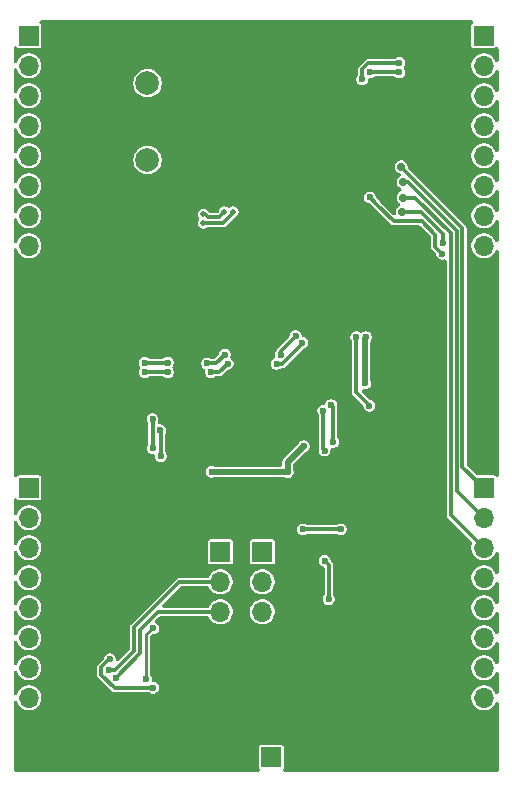
<source format=gbr>
%TF.GenerationSoftware,KiCad,Pcbnew,9.0.1*%
%TF.CreationDate,2025-05-06T09:52:00+02:00*%
%TF.ProjectId,ESP32 adon V3,45535033-3220-4616-946f-6e2056332e6b,rev?*%
%TF.SameCoordinates,Original*%
%TF.FileFunction,Copper,L2,Bot*%
%TF.FilePolarity,Positive*%
%FSLAX46Y46*%
G04 Gerber Fmt 4.6, Leading zero omitted, Abs format (unit mm)*
G04 Created by KiCad (PCBNEW 9.0.1) date 2025-05-06 09:52:00*
%MOMM*%
%LPD*%
G01*
G04 APERTURE LIST*
G04 Aperture macros list*
%AMRoundRect*
0 Rectangle with rounded corners*
0 $1 Rounding radius*
0 $2 $3 $4 $5 $6 $7 $8 $9 X,Y pos of 4 corners*
0 Add a 4 corners polygon primitive as box body*
4,1,4,$2,$3,$4,$5,$6,$7,$8,$9,$2,$3,0*
0 Add four circle primitives for the rounded corners*
1,1,$1+$1,$2,$3*
1,1,$1+$1,$4,$5*
1,1,$1+$1,$6,$7*
1,1,$1+$1,$8,$9*
0 Add four rect primitives between the rounded corners*
20,1,$1+$1,$2,$3,$4,$5,0*
20,1,$1+$1,$4,$5,$6,$7,0*
20,1,$1+$1,$6,$7,$8,$9,0*
20,1,$1+$1,$8,$9,$2,$3,0*%
G04 Aperture macros list end*
%TA.AperFunction,ComponentPad*%
%ADD10R,1.700000X1.700000*%
%TD*%
%TA.AperFunction,ComponentPad*%
%ADD11O,1.700000X1.700000*%
%TD*%
%TA.AperFunction,ComponentPad*%
%ADD12C,2.000000*%
%TD*%
%TA.AperFunction,ComponentPad*%
%ADD13RoundRect,0.150000X0.750000X-0.350000X0.750000X0.350000X-0.750000X0.350000X-0.750000X-0.350000X0*%
%TD*%
%TA.AperFunction,ComponentPad*%
%ADD14RoundRect,0.150000X0.950000X-0.350000X0.950000X0.350000X-0.950000X0.350000X-0.950000X-0.350000X0*%
%TD*%
%TA.AperFunction,ViaPad*%
%ADD15C,0.700000*%
%TD*%
%TA.AperFunction,ViaPad*%
%ADD16C,0.600000*%
%TD*%
%TA.AperFunction,ViaPad*%
%ADD17C,0.500000*%
%TD*%
%TA.AperFunction,Conductor*%
%ADD18C,0.300000*%
%TD*%
%TA.AperFunction,Conductor*%
%ADD19C,0.500000*%
%TD*%
%TA.AperFunction,Conductor*%
%ADD20C,0.250000*%
%TD*%
G04 APERTURE END LIST*
D10*
%TO.P,J1,1,Pin_1*%
%TO.N,Net-(J1-Pin_1)*%
X51800000Y-31300000D03*
D11*
%TO.P,J1,2,Pin_2*%
%TO.N,Net-(J1-Pin_2)*%
X51800000Y-33840000D03*
%TO.P,J1,3,Pin_3*%
%TO.N,Net-(J1-Pin_3)*%
X51800000Y-36380000D03*
%TO.P,J1,4,Pin_4*%
%TO.N,Net-(J1-Pin_4)*%
X51800000Y-38920000D03*
%TO.P,J1,5,Pin_5*%
%TO.N,Net-(J1-Pin_5)*%
X51800000Y-41460000D03*
%TO.P,J1,6,Pin_6*%
%TO.N,Net-(J1-Pin_6)*%
X51800000Y-44000000D03*
%TO.P,J1,7,Pin_7*%
%TO.N,Net-(J1-Pin_7)*%
X51800000Y-46540000D03*
%TO.P,J1,8,Pin_8*%
%TO.N,Net-(J1-Pin_8)*%
X51800000Y-49080000D03*
%TD*%
D10*
%TO.P,J7,1,Pin_1*%
%TO.N,+3.3V*%
X71550000Y-75000000D03*
D11*
%TO.P,J7,2,Pin_2*%
%TO.N,/SCL_{3.3V}*%
X71550000Y-77540000D03*
%TO.P,J7,3,Pin_3*%
%TO.N,/SDA_{3.3V}*%
X71550000Y-80080000D03*
%TO.P,J7,4,Pin_4*%
%TO.N,GND*%
X71550000Y-82620000D03*
%TD*%
D12*
%TO.P,SW2,1,1*%
%TO.N,GND*%
X57320000Y-41830000D03*
X57320000Y-35330000D03*
%TO.P,SW2,2,2*%
%TO.N,Net-(U1-EN{slash}CHIP_PU)*%
X61820000Y-41830000D03*
X61820000Y-35330000D03*
%TD*%
D10*
%TO.P,J3,1,Pin_1*%
%TO.N,+5V*%
X72320000Y-92400000D03*
D11*
%TO.P,J3,2,Pin_2*%
%TO.N,GND*%
X69780000Y-92400000D03*
%TD*%
D13*
%TO.P,J6,SH1,SHIELD*%
%TO.N,GND*%
X85950000Y-62890000D03*
%TO.P,J6,SH2,SHIELD*%
X85950000Y-54250000D03*
D14*
%TO.P,J6,SH3,SHIELD*%
X89950000Y-54250000D03*
%TO.P,J6,SH4,SHIELD*%
X89950000Y-62890000D03*
%TD*%
D10*
%TO.P,J2,1,Pin_1*%
%TO.N,Net-(J2-Pin_1)*%
X51800000Y-69580000D03*
D11*
%TO.P,J2,2,Pin_2*%
%TO.N,Net-(J2-Pin_2)*%
X51800000Y-72120000D03*
%TO.P,J2,3,Pin_3*%
%TO.N,Net-(J2-Pin_3)*%
X51800000Y-74660000D03*
%TO.P,J2,4,Pin_4*%
%TO.N,Net-(J2-Pin_4)*%
X51800000Y-77200000D03*
%TO.P,J2,5,Pin_5*%
%TO.N,Net-(J2-Pin_5)*%
X51800000Y-79740000D03*
%TO.P,J2,6,Pin_6*%
%TO.N,Net-(J2-Pin_6)*%
X51800000Y-82280000D03*
%TO.P,J2,7,Pin_7*%
%TO.N,Net-(J2-Pin_7)*%
X51800000Y-84820000D03*
%TO.P,J2,8,Pin_8*%
%TO.N,Net-(J2-Pin_8)*%
X51800000Y-87360000D03*
%TD*%
D10*
%TO.P,J4,1,Pin_1*%
%TO.N,Net-(J4-Pin_1)*%
X90300000Y-69580000D03*
D11*
%TO.P,J4,2,Pin_2*%
%TO.N,Net-(J4-Pin_2)*%
X90300000Y-72120000D03*
%TO.P,J4,3,Pin_3*%
%TO.N,Net-(J4-Pin_3)*%
X90300000Y-74660000D03*
%TO.P,J4,4,Pin_4*%
%TO.N,Net-(J4-Pin_4)*%
X90300000Y-77200000D03*
%TO.P,J4,5,Pin_5*%
%TO.N,/RX*%
X90300000Y-79740000D03*
%TO.P,J4,6,Pin_6*%
%TO.N,/TX*%
X90300000Y-82280000D03*
%TO.P,J4,7,Pin_7*%
%TO.N,/SCL_{5V}*%
X90300000Y-84820000D03*
%TO.P,J4,8,Pin_8*%
%TO.N,/SDA_{5V}*%
X90300000Y-87360000D03*
%TD*%
D10*
%TO.P,J9,1,Pin_1*%
%TO.N,+3.3V*%
X68000000Y-75000000D03*
D11*
%TO.P,J9,2,Pin_2*%
%TO.N,/SCL_{3.3V}*%
X68000000Y-77540000D03*
%TO.P,J9,3,Pin_3*%
%TO.N,/SDA_{3.3V}*%
X68000000Y-80080000D03*
%TO.P,J9,4,Pin_4*%
%TO.N,GND*%
X68000000Y-82620000D03*
%TD*%
D10*
%TO.P,J5,1,Pin_1*%
%TO.N,Net-(J5-Pin_1)*%
X90300000Y-31300000D03*
D11*
%TO.P,J5,2,Pin_2*%
%TO.N,Net-(J5-Pin_2)*%
X90300000Y-33840000D03*
%TO.P,J5,3,Pin_3*%
%TO.N,Net-(J5-Pin_3)*%
X90300000Y-36380000D03*
%TO.P,J5,4,Pin_4*%
%TO.N,Net-(J5-Pin_4)*%
X90300000Y-38920000D03*
%TO.P,J5,5,Pin_5*%
%TO.N,unconnected-(J5-Pin_5-Pad5)*%
X90300000Y-41460000D03*
%TO.P,J5,6,Pin_6*%
%TO.N,unconnected-(J5-Pin_6-Pad6)*%
X90300000Y-44000000D03*
%TO.P,J5,7,Pin_7*%
%TO.N,unconnected-(J5-Pin_7-Pad7)*%
X90300000Y-46540000D03*
%TO.P,J5,8,Pin_8*%
%TO.N,unconnected-(J5-Pin_8-Pad8)*%
X90300000Y-49080000D03*
%TD*%
D15*
%TO.N,Net-(J4-Pin_4)*%
X83400000Y-46200000D03*
%TO.N,Net-(J4-Pin_3)*%
X83475000Y-45000000D03*
%TO.N,Net-(J4-Pin_2)*%
X83475000Y-43700000D03*
%TO.N,Net-(J4-Pin_1)*%
X83300000Y-42400000D03*
D16*
%TO.N,/SDA_{5V}*%
X83160002Y-33600000D03*
%TO.N,/SCL_{5V}*%
X83160002Y-34400000D03*
X80659998Y-34400000D03*
%TO.N,/SDA_{5V}*%
X80000000Y-35000000D03*
%TO.N,GND*%
X70000000Y-72500000D03*
X72500000Y-72500000D03*
X85000000Y-72500000D03*
X85000000Y-77500000D03*
X87500000Y-90000000D03*
X82500000Y-90000000D03*
X82500000Y-87500000D03*
X80000000Y-87500000D03*
X77500000Y-82500000D03*
X77500000Y-85000000D03*
X77500000Y-87500000D03*
X77500000Y-90000000D03*
X75000000Y-92500000D03*
X77500000Y-92500000D03*
X80000000Y-92500000D03*
X82500000Y-92500000D03*
X85000000Y-92500000D03*
X87500000Y-92500000D03*
X90000000Y-92500000D03*
%TO.N,+3.3V*%
X58650000Y-84100000D03*
X74999000Y-73100000D03*
X78198784Y-73100000D03*
X62310000Y-86500000D03*
%TO.N,GND*%
X72500000Y-47500000D03*
X90000000Y-90000000D03*
X72500000Y-32500000D03*
X77500000Y-40000000D03*
X67500000Y-90000000D03*
X80760000Y-31490000D03*
X57500000Y-72500000D03*
X85800000Y-40000000D03*
X70395000Y-36080000D03*
X75000000Y-50000000D03*
X86710000Y-74110000D03*
X73920000Y-76640000D03*
X90000000Y-67500000D03*
X70395000Y-37335000D03*
X55000000Y-57500000D03*
X70000000Y-40000000D03*
X77500000Y-57500000D03*
X77500000Y-42500000D03*
X80000000Y-70000000D03*
X57620000Y-54650000D03*
X75000000Y-40000000D03*
X70000000Y-70000000D03*
X72500000Y-45000000D03*
X50800000Y-56300000D03*
X81560000Y-51170000D03*
X71645000Y-38580000D03*
X84300000Y-32900000D03*
X60000000Y-45000000D03*
X69770000Y-34830000D03*
X72500000Y-42500000D03*
X72900000Y-34830000D03*
X76510000Y-77470000D03*
X65715000Y-91375000D03*
X61090000Y-61280000D03*
X77370000Y-60560000D03*
X72275000Y-37960000D03*
X62200000Y-30500000D03*
X60000000Y-47500000D03*
X75000000Y-37500000D03*
X65000000Y-87500000D03*
X72500000Y-87500000D03*
X57500000Y-70000000D03*
X73525000Y-38580000D03*
X67500000Y-85000000D03*
X57500000Y-47500000D03*
X69770000Y-37335000D03*
X85000000Y-52500000D03*
X63000000Y-39500000D03*
X60000000Y-39500000D03*
X69770000Y-38580000D03*
X70000000Y-87500000D03*
X70000000Y-82500000D03*
X66000000Y-35000000D03*
X57500000Y-50000000D03*
X57500000Y-65000000D03*
X70000000Y-32500000D03*
X80000000Y-85000000D03*
X72275000Y-37335000D03*
X53420000Y-31210000D03*
X71955000Y-68990000D03*
X57500000Y-37500000D03*
X61600000Y-30700000D03*
X50810000Y-68200000D03*
X57500000Y-52500000D03*
X79040000Y-70580000D03*
X66000000Y-40000000D03*
X87500000Y-45000000D03*
X80630000Y-45990000D03*
X69770000Y-36080000D03*
X75000000Y-45000000D03*
X65860000Y-78900000D03*
X80000000Y-32500000D03*
X83060000Y-31500000D03*
X75000000Y-32500000D03*
X59800000Y-31300000D03*
X73180000Y-64460000D03*
X90000000Y-55000000D03*
X65000000Y-65000000D03*
X90000000Y-60000000D03*
X77500000Y-37500000D03*
X67500000Y-87500000D03*
X72370000Y-65700000D03*
X70000000Y-60000000D03*
X50800000Y-55100000D03*
X65000000Y-82500000D03*
X73630000Y-74580000D03*
X60000000Y-75000000D03*
X50830000Y-50620000D03*
X81250000Y-78860000D03*
X72880000Y-37335000D03*
X72500000Y-85000000D03*
X65000000Y-50000000D03*
X85000000Y-67500000D03*
X57500000Y-67500000D03*
X88730000Y-31070000D03*
X57590000Y-56750000D03*
X70395000Y-38580000D03*
X67500000Y-92500000D03*
X83180000Y-58830000D03*
X75000000Y-52500000D03*
X73525000Y-36080000D03*
X50840000Y-88410000D03*
X71645000Y-37335000D03*
X51400000Y-54500000D03*
X72900000Y-38580000D03*
X90000000Y-57500000D03*
X72750000Y-67490000D03*
X80000000Y-65000000D03*
X69400000Y-67400000D03*
X52500000Y-92500000D03*
X63000000Y-37000000D03*
X73525000Y-35455000D03*
X71645000Y-36080000D03*
X87500000Y-34500000D03*
X70000000Y-45000000D03*
X51400000Y-56900000D03*
X71020000Y-36710000D03*
X75000000Y-55000000D03*
X55000000Y-60000000D03*
X74450000Y-67730000D03*
X50800000Y-55700000D03*
X60000000Y-50000000D03*
X60000000Y-65000000D03*
X70405000Y-34830000D03*
X85380000Y-38340000D03*
X69770000Y-36700000D03*
X52500000Y-60000000D03*
X57500000Y-40000000D03*
X52500000Y-57500000D03*
X85580000Y-49460000D03*
X70000000Y-90000000D03*
X70000000Y-42500000D03*
X73525000Y-37335000D03*
X75000000Y-35000000D03*
X60000000Y-37000000D03*
X66000000Y-45000000D03*
X71955000Y-67490000D03*
X70000000Y-50000000D03*
X56600000Y-60300000D03*
X75700000Y-68000000D03*
X60000000Y-92500000D03*
X85000000Y-85000000D03*
X69500000Y-69000000D03*
X67500000Y-32500000D03*
X62800000Y-30500000D03*
X68800000Y-69000000D03*
X72500000Y-90000000D03*
X87500000Y-42500000D03*
X63160000Y-31020000D03*
X73525000Y-37960000D03*
X75000000Y-47500000D03*
X71645000Y-34830000D03*
X83290000Y-48180000D03*
X75000000Y-42500000D03*
X50800000Y-54500000D03*
X72275000Y-34830000D03*
X57500000Y-57500000D03*
X60000000Y-57500000D03*
X85160000Y-49040000D03*
X72275000Y-35455000D03*
X83210000Y-84200000D03*
X72275000Y-38580000D03*
X71020000Y-34830000D03*
X71020000Y-35455000D03*
X66000000Y-37500000D03*
X73525000Y-34830000D03*
X90000000Y-65000000D03*
X62500000Y-75000000D03*
X61000000Y-30500000D03*
X77500000Y-52500000D03*
X73525000Y-36710000D03*
X60000000Y-77500000D03*
X73950000Y-55620000D03*
X65000000Y-62500000D03*
X65000000Y-72500000D03*
X85180000Y-40000000D03*
X77500000Y-32500000D03*
X77850000Y-77400000D03*
X62500000Y-72500000D03*
X65000000Y-55000000D03*
X52500000Y-90000000D03*
X65000000Y-57500000D03*
X62500000Y-77500000D03*
X71900000Y-59810000D03*
X77500000Y-35000000D03*
X71020000Y-37960000D03*
X65000000Y-52500000D03*
X85000000Y-65000000D03*
X80000000Y-90000000D03*
X85000000Y-70000000D03*
X72650000Y-68990000D03*
X72900000Y-36080000D03*
X77500000Y-45000000D03*
X85000000Y-75000000D03*
X73040000Y-65700000D03*
X65000000Y-85000000D03*
X56700000Y-62500000D03*
X57500000Y-45000000D03*
X60000000Y-67500000D03*
X86000000Y-49880000D03*
X72275000Y-36080000D03*
X73170000Y-65100000D03*
X90000000Y-52500000D03*
X60000000Y-90000000D03*
X64930000Y-92130000D03*
X71020000Y-38580000D03*
X65000000Y-70000000D03*
X69770000Y-37960000D03*
X59800000Y-30700000D03*
X83460000Y-58320000D03*
X72275000Y-36700000D03*
X85400000Y-34400000D03*
X60000000Y-52500000D03*
X55000000Y-32500000D03*
X86450000Y-39800000D03*
X60000000Y-42000000D03*
X71020000Y-37335000D03*
X65230000Y-63860000D03*
X66000000Y-42500000D03*
X70000000Y-85000000D03*
X70000000Y-47500000D03*
X71020000Y-36080000D03*
X50800000Y-56900000D03*
X72500000Y-40000000D03*
X88120000Y-83530000D03*
X69970000Y-56590000D03*
X72500000Y-52500000D03*
X83780000Y-58820000D03*
X57500000Y-32000000D03*
X73410000Y-61970000D03*
X60000000Y-70000000D03*
X72500000Y-50000000D03*
X69770000Y-35455000D03*
X77500000Y-50000000D03*
X85000000Y-90000000D03*
X80000000Y-67500000D03*
X55000000Y-87500000D03*
X61480000Y-31300000D03*
X77500000Y-47500000D03*
X60400000Y-30500000D03*
X68800000Y-67400000D03*
X55000000Y-90000000D03*
X77810000Y-56650000D03*
%TO.N,+5V*%
X75068122Y-66048122D03*
X67250000Y-68220000D03*
X80260000Y-60740000D03*
X80324000Y-56820000D03*
X73700000Y-68240000D03*
%TO.N,Net-(J4-Pin_4)*%
X86847000Y-48886920D03*
%TO.N,/SCL_{5V}*%
X77368205Y-62571135D03*
X61606581Y-58989997D03*
X66870487Y-59046513D03*
X74373092Y-56725533D03*
X77548784Y-65688784D03*
X68386000Y-58295097D03*
X63556581Y-58979997D03*
X73093535Y-58296465D03*
%TO.N,/SDA_{5V}*%
X72765000Y-59085000D03*
X61606581Y-59790000D03*
X74938780Y-57291220D03*
X76720000Y-63040000D03*
X67206751Y-59772412D03*
X77170000Y-79000000D03*
X68616757Y-59061096D03*
X76818784Y-66418784D03*
X76820000Y-75740000D03*
X63556581Y-59780000D03*
%TO.N,/SDA_{3.3V}*%
X62256581Y-63760000D03*
X59125001Y-85671116D03*
X62296379Y-66224540D03*
%TO.N,/SCL_{3.3V}*%
X62960919Y-66889081D03*
X58573969Y-85034730D03*
X62906581Y-64713419D03*
D17*
%TO.N,/D+*%
X69086000Y-46200000D03*
X66561000Y-47175000D03*
%TO.N,/D-*%
X66561000Y-46425000D03*
X68336000Y-46200000D03*
D16*
%TO.N,Net-(Q1-S)*%
X79512819Y-56819028D03*
X80613784Y-62623784D03*
%TO.N,Net-(U1-U0RXD{slash}GPIO17)*%
X86798920Y-49758080D03*
X80659998Y-44990000D03*
%TO.N,Net-(J13-Pin_1)*%
X61680000Y-85725002D03*
X62300000Y-81478815D03*
%TD*%
D18*
%TO.N,Net-(U1-U0RXD{slash}GPIO17)*%
X86797506Y-49758080D02*
X86196000Y-49156574D01*
X86798920Y-49758080D02*
X86797506Y-49758080D01*
X86200000Y-48134080D02*
X86200000Y-48613266D01*
X85065920Y-47000000D02*
X86200000Y-48134080D01*
X86200000Y-48613266D02*
X86196000Y-48617266D01*
X82659346Y-47000000D02*
X85065920Y-47000000D01*
X81199346Y-45529348D02*
X81199346Y-45540000D01*
X81199346Y-45540000D02*
X82659346Y-47000000D01*
X80659998Y-44990000D02*
X81199346Y-45529348D01*
X86196000Y-48617266D02*
X86196000Y-49156574D01*
%TO.N,Net-(J4-Pin_4)*%
X86847000Y-48072560D02*
X86847000Y-48886920D01*
X84974440Y-46200000D02*
X86847000Y-48072560D01*
X83400000Y-46200000D02*
X84974440Y-46200000D01*
%TO.N,Net-(J4-Pin_3)*%
X84482960Y-45000000D02*
X83475000Y-45000000D01*
X87497000Y-48014040D02*
X84482960Y-45000000D01*
X87497000Y-71857000D02*
X87497000Y-48014040D01*
X90300000Y-74660000D02*
X87497000Y-71857000D01*
%TO.N,Net-(J4-Pin_2)*%
X87998000Y-47806520D02*
X83891480Y-43700000D01*
X87998000Y-69818000D02*
X87998000Y-47806520D01*
X90300000Y-72120000D02*
X87998000Y-69818000D01*
X83891480Y-43700000D02*
X83475000Y-43700000D01*
%TO.N,Net-(J4-Pin_1)*%
X88499000Y-47599000D02*
X88499000Y-67779000D01*
X83300000Y-42400000D02*
X88499000Y-47599000D01*
X88499000Y-67779000D02*
X90300000Y-69580000D01*
%TO.N,/SDA_{5V}*%
X80539344Y-33600000D02*
X83160002Y-33600000D01*
X80000000Y-34139344D02*
X80539344Y-33600000D01*
X80000000Y-35000000D02*
X80000000Y-34139344D01*
%TO.N,/SCL_{5V}*%
X80659998Y-34400000D02*
X83160002Y-34400000D01*
%TO.N,+3.3V*%
X59063231Y-86530000D02*
X62280000Y-86530000D01*
X57922969Y-84765076D02*
X58588045Y-84100000D01*
X78198784Y-73100000D02*
X74999000Y-73100000D01*
X59063231Y-86530000D02*
X57922969Y-85389738D01*
X58588045Y-84100000D02*
X58650000Y-84100000D01*
X57922969Y-85389738D02*
X57922969Y-84765076D01*
X62280000Y-86530000D02*
X62310000Y-86500000D01*
D19*
%TO.N,+5V*%
X73700000Y-67416244D02*
X75068122Y-66048122D01*
X73700000Y-68240000D02*
X67270000Y-68240000D01*
X80260000Y-60740000D02*
X80260000Y-56884000D01*
X80260000Y-56884000D02*
X80324000Y-56820000D01*
X67270000Y-68240000D02*
X67250000Y-68220000D01*
X73700000Y-68240000D02*
X73700000Y-67416244D01*
D18*
%TO.N,/SCL_{5V}*%
X66870487Y-59046513D02*
X67634584Y-59046513D01*
X67634584Y-59046513D02*
X68386000Y-58295097D01*
X73093535Y-58005090D02*
X74373092Y-56725533D01*
X63556581Y-58979997D02*
X61616581Y-58979997D01*
X77548784Y-65688784D02*
X77548784Y-62751714D01*
X77548784Y-62751714D02*
X77368205Y-62571135D01*
X73093535Y-58296465D02*
X73093535Y-58005090D01*
X61616581Y-58979997D02*
X61606581Y-58989997D01*
%TO.N,/SDA_{5V}*%
X63546581Y-59790000D02*
X63556581Y-59780000D01*
X67905441Y-59772412D02*
X68616757Y-59061096D01*
X73225654Y-59085000D02*
X74938780Y-57371874D01*
X67206751Y-59772412D02*
X67905441Y-59772412D01*
X74938780Y-57371874D02*
X74938780Y-57291220D01*
X76720000Y-63040000D02*
X76720000Y-66320000D01*
X72765000Y-59085000D02*
X73225654Y-59085000D01*
X61606581Y-59790000D02*
X63546581Y-59790000D01*
X77170000Y-76090000D02*
X76820000Y-75740000D01*
X76720000Y-66320000D02*
X76818784Y-66418784D01*
X77170000Y-79000000D02*
X77170000Y-76090000D01*
%TO.N,/SDA_{3.3V}*%
X62698798Y-80080000D02*
X68000000Y-80080000D01*
X62256581Y-63760000D02*
X62256581Y-66184742D01*
X59125001Y-85671116D02*
X61204000Y-83592117D01*
X62256581Y-66184742D02*
X62296379Y-66224540D01*
X61204000Y-81574798D02*
X62698798Y-80080000D01*
X61204000Y-83592117D02*
X61204000Y-81574798D01*
%TO.N,/SCL_{3.3V}*%
X62960919Y-66889081D02*
X62960919Y-64767757D01*
X62960919Y-64767757D02*
X62906581Y-64713419D01*
X58588583Y-85020116D02*
X59067481Y-85020116D01*
X60703000Y-81367277D02*
X64530277Y-77540000D01*
X58573969Y-85034730D02*
X58588583Y-85020116D01*
X60703000Y-83384597D02*
X60703000Y-81367277D01*
X59067481Y-85020116D02*
X60703000Y-83384597D01*
X64530277Y-77540000D02*
X68000000Y-77540000D01*
%TO.N,/D+*%
X68210943Y-47175000D02*
X69086000Y-46299943D01*
X69086000Y-46299943D02*
X69086000Y-46200000D01*
X66561000Y-47175000D02*
X68210943Y-47175000D01*
%TO.N,/D-*%
X66725000Y-46425000D02*
X66974000Y-46674000D01*
X66561000Y-46425000D02*
X66725000Y-46425000D01*
X66974000Y-46674000D02*
X67862000Y-46674000D01*
X67862000Y-46674000D02*
X68336000Y-46200000D01*
%TO.N,Net-(Q1-S)*%
X79512819Y-56819028D02*
X79512819Y-61482819D01*
X80613784Y-62583784D02*
X80613784Y-62623784D01*
X79512819Y-61482819D02*
X80613784Y-62583784D01*
D20*
%TO.N,Net-(J13-Pin_1)*%
X61680000Y-82019452D02*
X62220637Y-81478815D01*
X61680000Y-85725002D02*
X61680000Y-82019452D01*
%TD*%
%TA.AperFunction,Conductor*%
%TO.N,GND*%
G36*
X89345147Y-30020462D02*
G01*
X89399685Y-30075000D01*
X89419647Y-30149500D01*
X89399685Y-30224000D01*
X89353430Y-30273386D01*
X89305448Y-30305448D01*
X89261132Y-30371769D01*
X89249500Y-30430251D01*
X89249500Y-32169748D01*
X89261132Y-32228230D01*
X89261133Y-32228231D01*
X89305448Y-32294552D01*
X89371769Y-32338867D01*
X89430252Y-32350500D01*
X91169748Y-32350500D01*
X91228231Y-32338867D01*
X91294552Y-32294552D01*
X91294556Y-32294545D01*
X91295141Y-32293962D01*
X91297292Y-32292719D01*
X91306752Y-32286399D01*
X91307166Y-32287019D01*
X91361936Y-32255398D01*
X91439064Y-32255398D01*
X91505859Y-32293962D01*
X91544423Y-32360757D01*
X91549500Y-32399321D01*
X91549500Y-33362397D01*
X91529538Y-33436897D01*
X91475000Y-33491435D01*
X91400500Y-33511397D01*
X91326000Y-33491435D01*
X91271462Y-33436897D01*
X91262842Y-33419417D01*
X91230942Y-33342404D01*
X91215658Y-33319530D01*
X91115977Y-33170345D01*
X90969655Y-33024023D01*
X90969654Y-33024022D01*
X90797596Y-32909057D01*
X90639219Y-32843455D01*
X90606420Y-32829870D01*
X90606418Y-32829869D01*
X90606417Y-32829869D01*
X90403465Y-32789500D01*
X90196535Y-32789500D01*
X89993582Y-32829869D01*
X89802403Y-32909057D01*
X89630345Y-33024022D01*
X89484022Y-33170345D01*
X89369057Y-33342403D01*
X89289869Y-33533582D01*
X89249500Y-33736534D01*
X89249500Y-33943465D01*
X89289869Y-34146417D01*
X89369057Y-34337596D01*
X89484022Y-34509654D01*
X89630345Y-34655977D01*
X89802403Y-34770942D01*
X89858411Y-34794141D01*
X89993580Y-34850130D01*
X90196535Y-34890500D01*
X90403465Y-34890500D01*
X90606420Y-34850130D01*
X90797598Y-34770941D01*
X90969655Y-34655977D01*
X91115977Y-34509655D01*
X91230941Y-34337598D01*
X91232388Y-34334106D01*
X91262842Y-34260583D01*
X91309794Y-34199393D01*
X91381051Y-34169877D01*
X91457519Y-34179944D01*
X91518709Y-34226896D01*
X91548225Y-34298153D01*
X91549500Y-34317602D01*
X91549500Y-35902397D01*
X91529538Y-35976897D01*
X91475000Y-36031435D01*
X91400500Y-36051397D01*
X91326000Y-36031435D01*
X91271462Y-35976897D01*
X91262842Y-35959417D01*
X91230942Y-35882404D01*
X91169751Y-35790825D01*
X91115977Y-35710345D01*
X90969655Y-35564023D01*
X90969654Y-35564022D01*
X90797596Y-35449057D01*
X90639219Y-35383455D01*
X90606420Y-35369870D01*
X90606418Y-35369869D01*
X90606417Y-35369869D01*
X90403465Y-35329500D01*
X90196535Y-35329500D01*
X89993582Y-35369869D01*
X89802403Y-35449057D01*
X89630345Y-35564022D01*
X89484022Y-35710345D01*
X89369057Y-35882403D01*
X89289869Y-36073582D01*
X89249500Y-36276534D01*
X89249500Y-36483465D01*
X89289869Y-36686417D01*
X89369057Y-36877596D01*
X89484022Y-37049654D01*
X89630345Y-37195977D01*
X89802403Y-37310942D01*
X89881591Y-37343742D01*
X89993580Y-37390130D01*
X90196535Y-37430500D01*
X90403465Y-37430500D01*
X90606420Y-37390130D01*
X90797598Y-37310941D01*
X90969655Y-37195977D01*
X91115977Y-37049655D01*
X91230941Y-36877598D01*
X91262842Y-36800583D01*
X91309794Y-36739393D01*
X91381051Y-36709877D01*
X91457519Y-36719944D01*
X91518709Y-36766896D01*
X91548225Y-36838153D01*
X91549500Y-36857602D01*
X91549500Y-38442397D01*
X91529538Y-38516897D01*
X91475000Y-38571435D01*
X91400500Y-38591397D01*
X91326000Y-38571435D01*
X91271462Y-38516897D01*
X91262842Y-38499417D01*
X91230942Y-38422404D01*
X91115977Y-38250345D01*
X90969654Y-38104022D01*
X90797596Y-37989057D01*
X90639219Y-37923455D01*
X90606420Y-37909870D01*
X90606418Y-37909869D01*
X90606417Y-37909869D01*
X90403465Y-37869500D01*
X90196535Y-37869500D01*
X89993582Y-37909869D01*
X89802403Y-37989057D01*
X89630345Y-38104022D01*
X89484022Y-38250345D01*
X89369057Y-38422403D01*
X89289869Y-38613582D01*
X89249500Y-38816534D01*
X89249500Y-39023465D01*
X89289869Y-39226417D01*
X89369057Y-39417596D01*
X89484022Y-39589654D01*
X89630345Y-39735977D01*
X89802403Y-39850942D01*
X89881591Y-39883742D01*
X89993580Y-39930130D01*
X90196535Y-39970500D01*
X90403465Y-39970500D01*
X90606420Y-39930130D01*
X90797598Y-39850941D01*
X90969655Y-39735977D01*
X91115977Y-39589655D01*
X91230941Y-39417598D01*
X91262842Y-39340583D01*
X91309794Y-39279393D01*
X91381051Y-39249877D01*
X91457519Y-39259944D01*
X91518709Y-39306896D01*
X91548225Y-39378153D01*
X91549500Y-39397602D01*
X91549500Y-40982397D01*
X91529538Y-41056897D01*
X91475000Y-41111435D01*
X91400500Y-41131397D01*
X91326000Y-41111435D01*
X91271462Y-41056897D01*
X91262842Y-41039417D01*
X91230942Y-40962404D01*
X91198808Y-40914312D01*
X91115977Y-40790345D01*
X90969655Y-40644023D01*
X90947920Y-40629500D01*
X90797596Y-40529057D01*
X90639219Y-40463455D01*
X90606420Y-40449870D01*
X90606418Y-40449869D01*
X90606417Y-40449869D01*
X90403465Y-40409500D01*
X90196535Y-40409500D01*
X89993582Y-40449869D01*
X89802403Y-40529057D01*
X89630345Y-40644022D01*
X89484022Y-40790345D01*
X89369057Y-40962403D01*
X89289869Y-41153582D01*
X89249500Y-41356534D01*
X89249500Y-41563465D01*
X89289869Y-41766417D01*
X89369057Y-41957596D01*
X89484022Y-42129654D01*
X89630345Y-42275977D01*
X89802403Y-42390942D01*
X89881591Y-42423742D01*
X89993580Y-42470130D01*
X90196535Y-42510500D01*
X90403465Y-42510500D01*
X90606420Y-42470130D01*
X90797598Y-42390941D01*
X90969655Y-42275977D01*
X91115977Y-42129655D01*
X91230941Y-41957598D01*
X91262842Y-41880583D01*
X91309794Y-41819393D01*
X91381051Y-41789877D01*
X91457519Y-41799944D01*
X91518709Y-41846896D01*
X91548225Y-41918153D01*
X91549500Y-41937602D01*
X91549500Y-43522397D01*
X91529538Y-43596897D01*
X91475000Y-43651435D01*
X91400500Y-43671397D01*
X91326000Y-43651435D01*
X91271462Y-43596897D01*
X91262842Y-43579417D01*
X91230942Y-43502404D01*
X91115977Y-43330345D01*
X90969654Y-43184022D01*
X90797596Y-43069057D01*
X90633143Y-43000939D01*
X90606420Y-42989870D01*
X90606418Y-42989869D01*
X90606417Y-42989869D01*
X90403465Y-42949500D01*
X90196535Y-42949500D01*
X89993582Y-42989869D01*
X89802403Y-43069057D01*
X89630345Y-43184022D01*
X89484022Y-43330345D01*
X89369057Y-43502403D01*
X89289869Y-43693582D01*
X89249500Y-43896534D01*
X89249500Y-44103465D01*
X89289869Y-44306417D01*
X89369057Y-44497596D01*
X89484022Y-44669654D01*
X89630345Y-44815977D01*
X89802403Y-44930942D01*
X89881591Y-44963742D01*
X89993580Y-45010130D01*
X90196535Y-45050500D01*
X90403465Y-45050500D01*
X90606420Y-45010130D01*
X90797598Y-44930941D01*
X90969655Y-44815977D01*
X91115977Y-44669655D01*
X91230941Y-44497598D01*
X91234296Y-44489500D01*
X91262842Y-44420583D01*
X91309794Y-44359393D01*
X91381051Y-44329877D01*
X91457519Y-44339944D01*
X91518709Y-44386896D01*
X91548225Y-44458153D01*
X91549500Y-44477602D01*
X91549500Y-46062397D01*
X91529538Y-46136897D01*
X91475000Y-46191435D01*
X91400500Y-46211397D01*
X91326000Y-46191435D01*
X91271462Y-46136897D01*
X91262842Y-46119417D01*
X91230942Y-46042404D01*
X91220057Y-46026114D01*
X91115977Y-45870345D01*
X90969655Y-45724023D01*
X90969654Y-45724022D01*
X90797596Y-45609057D01*
X90639219Y-45543455D01*
X90606420Y-45529870D01*
X90606418Y-45529869D01*
X90606417Y-45529869D01*
X90403465Y-45489500D01*
X90196535Y-45489500D01*
X89993582Y-45529869D01*
X89802403Y-45609057D01*
X89630345Y-45724022D01*
X89484022Y-45870345D01*
X89369057Y-46042403D01*
X89289869Y-46233582D01*
X89249500Y-46436534D01*
X89249500Y-46643465D01*
X89289869Y-46846417D01*
X89369057Y-47037596D01*
X89484022Y-47209654D01*
X89630345Y-47355977D01*
X89802403Y-47470942D01*
X89876448Y-47501612D01*
X89993580Y-47550130D01*
X90196535Y-47590500D01*
X90403465Y-47590500D01*
X90606420Y-47550130D01*
X90797598Y-47470941D01*
X90969655Y-47355977D01*
X91115977Y-47209655D01*
X91230941Y-47037598D01*
X91246054Y-47001114D01*
X91262842Y-46960583D01*
X91309794Y-46899393D01*
X91381051Y-46869877D01*
X91457519Y-46879944D01*
X91518709Y-46926896D01*
X91548225Y-46998153D01*
X91549500Y-47017602D01*
X91549500Y-48602397D01*
X91529538Y-48676897D01*
X91475000Y-48731435D01*
X91400500Y-48751397D01*
X91326000Y-48731435D01*
X91271462Y-48676897D01*
X91262842Y-48659417D01*
X91230942Y-48582404D01*
X91216886Y-48561368D01*
X91115977Y-48410345D01*
X90969655Y-48264023D01*
X90927147Y-48235620D01*
X90797596Y-48149057D01*
X90639219Y-48083455D01*
X90606420Y-48069870D01*
X90606418Y-48069869D01*
X90606417Y-48069869D01*
X90403465Y-48029500D01*
X90196535Y-48029500D01*
X89993582Y-48069869D01*
X89802403Y-48149057D01*
X89630345Y-48264022D01*
X89484022Y-48410345D01*
X89369057Y-48582403D01*
X89289869Y-48773582D01*
X89249500Y-48976534D01*
X89249500Y-49183465D01*
X89289869Y-49386417D01*
X89369057Y-49577596D01*
X89484022Y-49749654D01*
X89630345Y-49895977D01*
X89802403Y-50010942D01*
X89881591Y-50043742D01*
X89993580Y-50090130D01*
X90196535Y-50130500D01*
X90403465Y-50130500D01*
X90606420Y-50090130D01*
X90797598Y-50010941D01*
X90969655Y-49895977D01*
X91115977Y-49749655D01*
X91230941Y-49577598D01*
X91262842Y-49500583D01*
X91309794Y-49439393D01*
X91381051Y-49409877D01*
X91457519Y-49419944D01*
X91518709Y-49466896D01*
X91548225Y-49538153D01*
X91549500Y-49557602D01*
X91549500Y-68480679D01*
X91529538Y-68555179D01*
X91475000Y-68609717D01*
X91400500Y-68629679D01*
X91326000Y-68609717D01*
X91295141Y-68586038D01*
X91294554Y-68585451D01*
X91294552Y-68585448D01*
X91242468Y-68550646D01*
X91228230Y-68541132D01*
X91169748Y-68529500D01*
X89806900Y-68529500D01*
X89732400Y-68509538D01*
X89701541Y-68485859D01*
X88893141Y-67677459D01*
X88854577Y-67610664D01*
X88849500Y-67572100D01*
X88849500Y-47552856D01*
X88825614Y-47463712D01*
X88818624Y-47451606D01*
X88779468Y-47383787D01*
X88714212Y-47318531D01*
X83894141Y-42498459D01*
X83855577Y-42431664D01*
X83850500Y-42393100D01*
X83850500Y-42327525D01*
X83850499Y-42327523D01*
X83840670Y-42290842D01*
X83812984Y-42187515D01*
X83812983Y-42187514D01*
X83812983Y-42187512D01*
X83740511Y-42061988D01*
X83740510Y-42061987D01*
X83740509Y-42061985D01*
X83638015Y-41959491D01*
X83638012Y-41959489D01*
X83638011Y-41959488D01*
X83512487Y-41887016D01*
X83372475Y-41849500D01*
X83227525Y-41849500D01*
X83087512Y-41887016D01*
X82961988Y-41959488D01*
X82859488Y-42061988D01*
X82787016Y-42187512D01*
X82749500Y-42327523D01*
X82749500Y-42472476D01*
X82787016Y-42612487D01*
X82859488Y-42738011D01*
X82859489Y-42738012D01*
X82859491Y-42738015D01*
X82961985Y-42840509D01*
X82961987Y-42840510D01*
X82961988Y-42840511D01*
X83087512Y-42912983D01*
X83087514Y-42912983D01*
X83087515Y-42912984D01*
X83183764Y-42938774D01*
X83250558Y-42977339D01*
X83289122Y-43044134D01*
X83289122Y-43121262D01*
X83250557Y-43188056D01*
X83219700Y-43211734D01*
X83136991Y-43259486D01*
X83136987Y-43259489D01*
X83034488Y-43361988D01*
X82962016Y-43487512D01*
X82924500Y-43627523D01*
X82924500Y-43772476D01*
X82962016Y-43912487D01*
X83034488Y-44038011D01*
X83034489Y-44038012D01*
X83034491Y-44038015D01*
X83136985Y-44140509D01*
X83136987Y-44140510D01*
X83136988Y-44140511D01*
X83270972Y-44217867D01*
X83270110Y-44219359D01*
X83322154Y-44259294D01*
X83351669Y-44330552D01*
X83341602Y-44407020D01*
X83294650Y-44468210D01*
X83270862Y-44481943D01*
X83270972Y-44482133D01*
X83136988Y-44559488D01*
X83034488Y-44661988D01*
X82962016Y-44787512D01*
X82924500Y-44927523D01*
X82924500Y-45072476D01*
X82962016Y-45212487D01*
X83034488Y-45338011D01*
X83034489Y-45338012D01*
X83034491Y-45338015D01*
X83136985Y-45440509D01*
X83136987Y-45440510D01*
X83136988Y-45440511D01*
X83152230Y-45449311D01*
X83206768Y-45503849D01*
X83226730Y-45578349D01*
X83206768Y-45652849D01*
X83152231Y-45707386D01*
X83061991Y-45759486D01*
X83061987Y-45759489D01*
X82959488Y-45861988D01*
X82887016Y-45987512D01*
X82849500Y-46127523D01*
X82849500Y-46272478D01*
X82860038Y-46311805D01*
X82860038Y-46388933D01*
X82821474Y-46455728D01*
X82754679Y-46494292D01*
X82677551Y-46494292D01*
X82610756Y-46455728D01*
X81508234Y-45353206D01*
X81484556Y-45322348D01*
X81479817Y-45314140D01*
X81479815Y-45314136D01*
X81414558Y-45248879D01*
X81414557Y-45248877D01*
X81204139Y-45038459D01*
X81165575Y-44971664D01*
X81160498Y-44933100D01*
X81160498Y-44924108D01*
X81160497Y-44924106D01*
X81126390Y-44796814D01*
X81060498Y-44682686D01*
X80967312Y-44589500D01*
X80967309Y-44589498D01*
X80967308Y-44589497D01*
X80896512Y-44548623D01*
X80853184Y-44523608D01*
X80725890Y-44489500D01*
X80594106Y-44489500D01*
X80466812Y-44523608D01*
X80466810Y-44523608D01*
X80466810Y-44523609D01*
X80352687Y-44589497D01*
X80259495Y-44682689D01*
X80198975Y-44787515D01*
X80193606Y-44796814D01*
X80177776Y-44855890D01*
X80159498Y-44924106D01*
X80159498Y-45055893D01*
X80168637Y-45090001D01*
X80193606Y-45183186D01*
X80193607Y-45183187D01*
X80259495Y-45297310D01*
X80259496Y-45297311D01*
X80259498Y-45297314D01*
X80352684Y-45390500D01*
X80352686Y-45390501D01*
X80352687Y-45390502D01*
X80358990Y-45394141D01*
X80466812Y-45456392D01*
X80594106Y-45490500D01*
X80603098Y-45490500D01*
X80622046Y-45495577D01*
X80641662Y-45495577D01*
X80658649Y-45505384D01*
X80677598Y-45510462D01*
X80708457Y-45534141D01*
X80890453Y-45716136D01*
X80914130Y-45746991D01*
X80918876Y-45755212D01*
X82444134Y-47280470D01*
X82524058Y-47326614D01*
X82613202Y-47350500D01*
X82705490Y-47350500D01*
X84859020Y-47350500D01*
X84933520Y-47370462D01*
X84964379Y-47394141D01*
X85805859Y-48235620D01*
X85815666Y-48252607D01*
X85829538Y-48266479D01*
X85834615Y-48285427D01*
X85844423Y-48302415D01*
X85849500Y-48340979D01*
X85849500Y-48536577D01*
X85846236Y-48561368D01*
X85846775Y-48561439D01*
X85845500Y-48571124D01*
X85845500Y-49202720D01*
X85854742Y-49237211D01*
X85867367Y-49284328D01*
X85869386Y-49291862D01*
X85895088Y-49336379D01*
X85915530Y-49371786D01*
X86254779Y-49711035D01*
X86293343Y-49777830D01*
X86298420Y-49816394D01*
X86298420Y-49823972D01*
X86332528Y-49951266D01*
X86332529Y-49951267D01*
X86398417Y-50065390D01*
X86398418Y-50065391D01*
X86398420Y-50065394D01*
X86491606Y-50158580D01*
X86605734Y-50224472D01*
X86733028Y-50258580D01*
X86864812Y-50258580D01*
X86958939Y-50233359D01*
X87036063Y-50233359D01*
X87102858Y-50271922D01*
X87141423Y-50338717D01*
X87146500Y-50377282D01*
X87146500Y-71903145D01*
X87168355Y-71984708D01*
X87170386Y-71992288D01*
X87216530Y-72072212D01*
X89280401Y-74136083D01*
X89318965Y-74202878D01*
X89318965Y-74280006D01*
X89312701Y-74298460D01*
X89289869Y-74353582D01*
X89249500Y-74556534D01*
X89249500Y-74763465D01*
X89289869Y-74966417D01*
X89369057Y-75157596D01*
X89484022Y-75329654D01*
X89630345Y-75475977D01*
X89802403Y-75590942D01*
X89881591Y-75623742D01*
X89993580Y-75670130D01*
X90196535Y-75710500D01*
X90403465Y-75710500D01*
X90606420Y-75670130D01*
X90797598Y-75590941D01*
X90969655Y-75475977D01*
X91115977Y-75329655D01*
X91230941Y-75157598D01*
X91262842Y-75080583D01*
X91309794Y-75019393D01*
X91381051Y-74989877D01*
X91457519Y-74999944D01*
X91518709Y-75046896D01*
X91548225Y-75118153D01*
X91549500Y-75137602D01*
X91549500Y-76722397D01*
X91529538Y-76796897D01*
X91475000Y-76851435D01*
X91400500Y-76871397D01*
X91326000Y-76851435D01*
X91271462Y-76796897D01*
X91262842Y-76779417D01*
X91230942Y-76702404D01*
X91168571Y-76609059D01*
X91115977Y-76530345D01*
X90969655Y-76384023D01*
X90969654Y-76384022D01*
X90797596Y-76269057D01*
X90639219Y-76203455D01*
X90606420Y-76189870D01*
X90606418Y-76189869D01*
X90606417Y-76189869D01*
X90403465Y-76149500D01*
X90196535Y-76149500D01*
X89993582Y-76189869D01*
X89802403Y-76269057D01*
X89630345Y-76384022D01*
X89484022Y-76530345D01*
X89369057Y-76702403D01*
X89289869Y-76893582D01*
X89249500Y-77096534D01*
X89249500Y-77303465D01*
X89289869Y-77506417D01*
X89369057Y-77697596D01*
X89484022Y-77869654D01*
X89630345Y-78015977D01*
X89802403Y-78130942D01*
X89881591Y-78163742D01*
X89993580Y-78210130D01*
X90196535Y-78250500D01*
X90403465Y-78250500D01*
X90606420Y-78210130D01*
X90797598Y-78130941D01*
X90969655Y-78015977D01*
X91115977Y-77869655D01*
X91230941Y-77697598D01*
X91262842Y-77620583D01*
X91309794Y-77559393D01*
X91381051Y-77529877D01*
X91457519Y-77539944D01*
X91518709Y-77586896D01*
X91548225Y-77658153D01*
X91549500Y-77677602D01*
X91549500Y-79262397D01*
X91529538Y-79336897D01*
X91475000Y-79391435D01*
X91400500Y-79411397D01*
X91326000Y-79391435D01*
X91271462Y-79336897D01*
X91262842Y-79319417D01*
X91230942Y-79242404D01*
X91168571Y-79149059D01*
X91115977Y-79070345D01*
X90969655Y-78924023D01*
X90969654Y-78924022D01*
X90797596Y-78809057D01*
X90639219Y-78743455D01*
X90606420Y-78729870D01*
X90606418Y-78729869D01*
X90606417Y-78729869D01*
X90403465Y-78689500D01*
X90196535Y-78689500D01*
X89993582Y-78729869D01*
X89802403Y-78809057D01*
X89630345Y-78924022D01*
X89484022Y-79070345D01*
X89369057Y-79242403D01*
X89289869Y-79433582D01*
X89249500Y-79636534D01*
X89249500Y-79843465D01*
X89289869Y-80046417D01*
X89369057Y-80237596D01*
X89484022Y-80409654D01*
X89630345Y-80555977D01*
X89802403Y-80670942D01*
X89881591Y-80703742D01*
X89993580Y-80750130D01*
X90196535Y-80790500D01*
X90403465Y-80790500D01*
X90606420Y-80750130D01*
X90797598Y-80670941D01*
X90969655Y-80555977D01*
X91115977Y-80409655D01*
X91230941Y-80237598D01*
X91262842Y-80160583D01*
X91309794Y-80099393D01*
X91381051Y-80069877D01*
X91457519Y-80079944D01*
X91518709Y-80126896D01*
X91548225Y-80198153D01*
X91549500Y-80217602D01*
X91549500Y-81802397D01*
X91529538Y-81876897D01*
X91475000Y-81931435D01*
X91400500Y-81951397D01*
X91326000Y-81931435D01*
X91271462Y-81876897D01*
X91262842Y-81859417D01*
X91230942Y-81782404D01*
X91157174Y-81672002D01*
X91115977Y-81610345D01*
X90969655Y-81464023D01*
X90969654Y-81464022D01*
X90797596Y-81349057D01*
X90639219Y-81283455D01*
X90606420Y-81269870D01*
X90606418Y-81269869D01*
X90606417Y-81269869D01*
X90403465Y-81229500D01*
X90196535Y-81229500D01*
X89993582Y-81269869D01*
X89802403Y-81349057D01*
X89630345Y-81464022D01*
X89484022Y-81610345D01*
X89369057Y-81782403D01*
X89289869Y-81973582D01*
X89249500Y-82176534D01*
X89249500Y-82383465D01*
X89289869Y-82586417D01*
X89369057Y-82777596D01*
X89484022Y-82949654D01*
X89630345Y-83095977D01*
X89802403Y-83210942D01*
X89871144Y-83239415D01*
X89993580Y-83290130D01*
X90196535Y-83330500D01*
X90403465Y-83330500D01*
X90606420Y-83290130D01*
X90797598Y-83210941D01*
X90969655Y-83095977D01*
X91115977Y-82949655D01*
X91230941Y-82777598D01*
X91262842Y-82700583D01*
X91309794Y-82639393D01*
X91381051Y-82609877D01*
X91457519Y-82619944D01*
X91518709Y-82666896D01*
X91548225Y-82738153D01*
X91549500Y-82757602D01*
X91549500Y-84342397D01*
X91529538Y-84416897D01*
X91475000Y-84471435D01*
X91400500Y-84491397D01*
X91326000Y-84471435D01*
X91271462Y-84416897D01*
X91262842Y-84399417D01*
X91230942Y-84322404D01*
X91211419Y-84293186D01*
X91115977Y-84150345D01*
X90969655Y-84004023D01*
X90969654Y-84004022D01*
X90797596Y-83889057D01*
X90639219Y-83823455D01*
X90606420Y-83809870D01*
X90606418Y-83809869D01*
X90606417Y-83809869D01*
X90403465Y-83769500D01*
X90196535Y-83769500D01*
X89993582Y-83809869D01*
X89802403Y-83889057D01*
X89630345Y-84004022D01*
X89484022Y-84150345D01*
X89369057Y-84322403D01*
X89289869Y-84513582D01*
X89249500Y-84716534D01*
X89249500Y-84923465D01*
X89289869Y-85126417D01*
X89369057Y-85317596D01*
X89484022Y-85489654D01*
X89630345Y-85635977D01*
X89802403Y-85750942D01*
X89881591Y-85783742D01*
X89993580Y-85830130D01*
X90196535Y-85870500D01*
X90403465Y-85870500D01*
X90606420Y-85830130D01*
X90797598Y-85750941D01*
X90969655Y-85635977D01*
X91115977Y-85489655D01*
X91230941Y-85317598D01*
X91262842Y-85240583D01*
X91309794Y-85179393D01*
X91381051Y-85149877D01*
X91457519Y-85159944D01*
X91518709Y-85206896D01*
X91548225Y-85278153D01*
X91549500Y-85297602D01*
X91549500Y-86882397D01*
X91529538Y-86956897D01*
X91475000Y-87011435D01*
X91400500Y-87031397D01*
X91326000Y-87011435D01*
X91271462Y-86956897D01*
X91262842Y-86939417D01*
X91230942Y-86862404D01*
X91227073Y-86856614D01*
X91115977Y-86690345D01*
X90969655Y-86544023D01*
X90969654Y-86544022D01*
X90797596Y-86429057D01*
X90639219Y-86363455D01*
X90606420Y-86349870D01*
X90606418Y-86349869D01*
X90606417Y-86349869D01*
X90403465Y-86309500D01*
X90196535Y-86309500D01*
X89993582Y-86349869D01*
X89802403Y-86429057D01*
X89630345Y-86544022D01*
X89484022Y-86690345D01*
X89369057Y-86862403D01*
X89289869Y-87053582D01*
X89249500Y-87256534D01*
X89249500Y-87463465D01*
X89289869Y-87666417D01*
X89369057Y-87857596D01*
X89484022Y-88029654D01*
X89630345Y-88175977D01*
X89802403Y-88290942D01*
X89881591Y-88323742D01*
X89993580Y-88370130D01*
X90196535Y-88410500D01*
X90403465Y-88410500D01*
X90606420Y-88370130D01*
X90797598Y-88290941D01*
X90969655Y-88175977D01*
X91115977Y-88029655D01*
X91230941Y-87857598D01*
X91262842Y-87780583D01*
X91309794Y-87719393D01*
X91381051Y-87689877D01*
X91457519Y-87699944D01*
X91518709Y-87746896D01*
X91548225Y-87818153D01*
X91549500Y-87837602D01*
X91549500Y-93460500D01*
X91529538Y-93535000D01*
X91475000Y-93589538D01*
X91400500Y-93609500D01*
X73449688Y-93609500D01*
X73375188Y-93589538D01*
X73320650Y-93535000D01*
X73300688Y-93460500D01*
X73320650Y-93386000D01*
X73325800Y-93377719D01*
X73358866Y-93328232D01*
X73358865Y-93328232D01*
X73358867Y-93328231D01*
X73370500Y-93269748D01*
X73370500Y-91530252D01*
X73358867Y-91471769D01*
X73314552Y-91405448D01*
X73248231Y-91361133D01*
X73248230Y-91361132D01*
X73189748Y-91349500D01*
X71450252Y-91349500D01*
X71391769Y-91361132D01*
X71325448Y-91405448D01*
X71281132Y-91471769D01*
X71269500Y-91530251D01*
X71269500Y-93269748D01*
X71281133Y-93328232D01*
X71314200Y-93377719D01*
X71338993Y-93450753D01*
X71323947Y-93526399D01*
X71273093Y-93584388D01*
X71200059Y-93609181D01*
X71190312Y-93609500D01*
X50649500Y-93609500D01*
X50575000Y-93589538D01*
X50520462Y-93535000D01*
X50500500Y-93460500D01*
X50500500Y-87716891D01*
X50520462Y-87642391D01*
X50575000Y-87587853D01*
X50649500Y-87567891D01*
X50724000Y-87587853D01*
X50778538Y-87642391D01*
X50787158Y-87659871D01*
X50789869Y-87666417D01*
X50789870Y-87666420D01*
X50810776Y-87716891D01*
X50869057Y-87857596D01*
X50984022Y-88029654D01*
X51130345Y-88175977D01*
X51302403Y-88290942D01*
X51381591Y-88323742D01*
X51493580Y-88370130D01*
X51696535Y-88410500D01*
X51903465Y-88410500D01*
X52106420Y-88370130D01*
X52297598Y-88290941D01*
X52469655Y-88175977D01*
X52615977Y-88029655D01*
X52730941Y-87857598D01*
X52810130Y-87666420D01*
X52850500Y-87463465D01*
X52850500Y-87256535D01*
X52810130Y-87053580D01*
X52746706Y-86900462D01*
X52730942Y-86862403D01*
X52615977Y-86690345D01*
X52469654Y-86544022D01*
X52297596Y-86429057D01*
X52139219Y-86363455D01*
X52106420Y-86349870D01*
X52106418Y-86349869D01*
X52106417Y-86349869D01*
X51903465Y-86309500D01*
X51696535Y-86309500D01*
X51493582Y-86349869D01*
X51302403Y-86429057D01*
X51130345Y-86544022D01*
X50984022Y-86690345D01*
X50869057Y-86862403D01*
X50787158Y-87060128D01*
X50740206Y-87121318D01*
X50668948Y-87150833D01*
X50592480Y-87140766D01*
X50531290Y-87093814D01*
X50501775Y-87022556D01*
X50500500Y-87003108D01*
X50500500Y-85176891D01*
X50520462Y-85102391D01*
X50575000Y-85047853D01*
X50649500Y-85027891D01*
X50724000Y-85047853D01*
X50778538Y-85102391D01*
X50787158Y-85119871D01*
X50789869Y-85126417D01*
X50789870Y-85126420D01*
X50810776Y-85176891D01*
X50869057Y-85317596D01*
X50984022Y-85489654D01*
X51130345Y-85635977D01*
X51302403Y-85750942D01*
X51381591Y-85783742D01*
X51493580Y-85830130D01*
X51696535Y-85870500D01*
X51903465Y-85870500D01*
X52106420Y-85830130D01*
X52297598Y-85750941D01*
X52469655Y-85635977D01*
X52615977Y-85489655D01*
X52730941Y-85317598D01*
X52810130Y-85126420D01*
X52850500Y-84923465D01*
X52850500Y-84718932D01*
X57572469Y-84718932D01*
X57572469Y-85435882D01*
X57587929Y-85493580D01*
X57596355Y-85525026D01*
X57642499Y-85604950D01*
X58848019Y-86810470D01*
X58848021Y-86810471D01*
X58848025Y-86810474D01*
X58917351Y-86850499D01*
X58917353Y-86850500D01*
X58927943Y-86856614D01*
X59017087Y-86880500D01*
X61928120Y-86880500D01*
X62002620Y-86900462D01*
X62002686Y-86900500D01*
X62116814Y-86966392D01*
X62244108Y-87000500D01*
X62375892Y-87000500D01*
X62503186Y-86966392D01*
X62617314Y-86900500D01*
X62710500Y-86807314D01*
X62776392Y-86693186D01*
X62810500Y-86565892D01*
X62810500Y-86434108D01*
X62776392Y-86306814D01*
X62710500Y-86192686D01*
X62617314Y-86099500D01*
X62617311Y-86099498D01*
X62617310Y-86099497D01*
X62546514Y-86058623D01*
X62503186Y-86033608D01*
X62375892Y-85999500D01*
X62318785Y-85999500D01*
X62244285Y-85979538D01*
X62189747Y-85925000D01*
X62169785Y-85850500D01*
X62174862Y-85811935D01*
X62180500Y-85790894D01*
X62180500Y-85659110D01*
X62146392Y-85531816D01*
X62080500Y-85417688D01*
X62049140Y-85386328D01*
X62010577Y-85319532D01*
X62005500Y-85280970D01*
X62005500Y-82215996D01*
X62010577Y-82197048D01*
X62010577Y-82177432D01*
X62020384Y-82160444D01*
X62025462Y-82141496D01*
X62049138Y-82110640D01*
X62136822Y-82022955D01*
X62203617Y-81984392D01*
X62242181Y-81979315D01*
X62365892Y-81979315D01*
X62493186Y-81945207D01*
X62607314Y-81879315D01*
X62700500Y-81786129D01*
X62766392Y-81672001D01*
X62800500Y-81544707D01*
X62800500Y-81412923D01*
X62766392Y-81285629D01*
X62700500Y-81171501D01*
X62607314Y-81078315D01*
X62607311Y-81078313D01*
X62607310Y-81078312D01*
X62514821Y-81024914D01*
X62460283Y-80970376D01*
X62440321Y-80895876D01*
X62460283Y-80821376D01*
X62483958Y-80790521D01*
X62800339Y-80474141D01*
X62867134Y-80435577D01*
X62905698Y-80430500D01*
X66908570Y-80430500D01*
X66983070Y-80450462D01*
X67037608Y-80505000D01*
X67046227Y-80522478D01*
X67069059Y-80577598D01*
X67069062Y-80577602D01*
X67184022Y-80749654D01*
X67330345Y-80895977D01*
X67502403Y-81010942D01*
X67581591Y-81043742D01*
X67693580Y-81090130D01*
X67896535Y-81130500D01*
X68103465Y-81130500D01*
X68306420Y-81090130D01*
X68474402Y-81020548D01*
X68497596Y-81010942D01*
X68497596Y-81010941D01*
X68497598Y-81010941D01*
X68669655Y-80895977D01*
X68815977Y-80749655D01*
X68930941Y-80577598D01*
X69010130Y-80386420D01*
X69050500Y-80183465D01*
X69050500Y-79976535D01*
X69050500Y-79976534D01*
X70499500Y-79976534D01*
X70499500Y-80183465D01*
X70539869Y-80386417D01*
X70619057Y-80577596D01*
X70734022Y-80749654D01*
X70880345Y-80895977D01*
X71052403Y-81010942D01*
X71131591Y-81043742D01*
X71243580Y-81090130D01*
X71446535Y-81130500D01*
X71653465Y-81130500D01*
X71856420Y-81090130D01*
X72024402Y-81020548D01*
X72047596Y-81010942D01*
X72047596Y-81010941D01*
X72047598Y-81010941D01*
X72219655Y-80895977D01*
X72365977Y-80749655D01*
X72480941Y-80577598D01*
X72560130Y-80386420D01*
X72600500Y-80183465D01*
X72600500Y-79976535D01*
X72594802Y-79947891D01*
X72560130Y-79773582D01*
X72560130Y-79773580D01*
X72503364Y-79636535D01*
X72480942Y-79582403D01*
X72365977Y-79410345D01*
X72219654Y-79264022D01*
X72047596Y-79149057D01*
X71889219Y-79083455D01*
X71856420Y-79069870D01*
X71856418Y-79069869D01*
X71856417Y-79069869D01*
X71653465Y-79029500D01*
X71446535Y-79029500D01*
X71243582Y-79069869D01*
X71052403Y-79149057D01*
X70880345Y-79264022D01*
X70734022Y-79410345D01*
X70619057Y-79582403D01*
X70539869Y-79773582D01*
X70499500Y-79976534D01*
X69050500Y-79976534D01*
X69044802Y-79947891D01*
X69010130Y-79773582D01*
X69010130Y-79773580D01*
X68953364Y-79636535D01*
X68930942Y-79582403D01*
X68815977Y-79410345D01*
X68669654Y-79264022D01*
X68497596Y-79149057D01*
X68339219Y-79083455D01*
X68306420Y-79069870D01*
X68306418Y-79069869D01*
X68306417Y-79069869D01*
X68103465Y-79029500D01*
X67896535Y-79029500D01*
X67693582Y-79069869D01*
X67502403Y-79149057D01*
X67330345Y-79264022D01*
X67184022Y-79410345D01*
X67069062Y-79582397D01*
X67069058Y-79582404D01*
X67046228Y-79637521D01*
X66999275Y-79698710D01*
X66928017Y-79728225D01*
X66908570Y-79729500D01*
X63196177Y-79729500D01*
X63121677Y-79709538D01*
X63067139Y-79655000D01*
X63047177Y-79580500D01*
X63067139Y-79506000D01*
X63090818Y-79475141D01*
X64631818Y-77934141D01*
X64698613Y-77895577D01*
X64737177Y-77890500D01*
X66908570Y-77890500D01*
X66983070Y-77910462D01*
X67037608Y-77965000D01*
X67046227Y-77982478D01*
X67069059Y-78037598D01*
X67069062Y-78037602D01*
X67184022Y-78209654D01*
X67330345Y-78355977D01*
X67502403Y-78470942D01*
X67581591Y-78503742D01*
X67693580Y-78550130D01*
X67896535Y-78590500D01*
X68103465Y-78590500D01*
X68306420Y-78550130D01*
X68497598Y-78470941D01*
X68669655Y-78355977D01*
X68815977Y-78209655D01*
X68930941Y-78037598D01*
X69010130Y-77846420D01*
X69050500Y-77643465D01*
X69050500Y-77436535D01*
X69050500Y-77436534D01*
X70499500Y-77436534D01*
X70499500Y-77643465D01*
X70539869Y-77846417D01*
X70619057Y-78037596D01*
X70734022Y-78209654D01*
X70880345Y-78355977D01*
X71052403Y-78470942D01*
X71131591Y-78503742D01*
X71243580Y-78550130D01*
X71446535Y-78590500D01*
X71653465Y-78590500D01*
X71856420Y-78550130D01*
X72047598Y-78470941D01*
X72219655Y-78355977D01*
X72365977Y-78209655D01*
X72480941Y-78037598D01*
X72560130Y-77846420D01*
X72600500Y-77643465D01*
X72600500Y-77436535D01*
X72594802Y-77407891D01*
X72574031Y-77303465D01*
X72560130Y-77233580D01*
X72503364Y-77096535D01*
X72480942Y-77042403D01*
X72365977Y-76870345D01*
X72219654Y-76724022D01*
X72047596Y-76609057D01*
X71889219Y-76543455D01*
X71856420Y-76529870D01*
X71856418Y-76529869D01*
X71856417Y-76529869D01*
X71653465Y-76489500D01*
X71446535Y-76489500D01*
X71243582Y-76529869D01*
X71052403Y-76609057D01*
X70880345Y-76724022D01*
X70734022Y-76870345D01*
X70619057Y-77042403D01*
X70539869Y-77233582D01*
X70499500Y-77436534D01*
X69050500Y-77436534D01*
X69044802Y-77407891D01*
X69024031Y-77303465D01*
X69010130Y-77233580D01*
X68953364Y-77096535D01*
X68930942Y-77042403D01*
X68815977Y-76870345D01*
X68669654Y-76724022D01*
X68497596Y-76609057D01*
X68339219Y-76543455D01*
X68306420Y-76529870D01*
X68306418Y-76529869D01*
X68306417Y-76529869D01*
X68103465Y-76489500D01*
X67896535Y-76489500D01*
X67693582Y-76529869D01*
X67502403Y-76609057D01*
X67330345Y-76724022D01*
X67184022Y-76870345D01*
X67069062Y-77042397D01*
X67069058Y-77042404D01*
X67046228Y-77097521D01*
X66999275Y-77158710D01*
X66928017Y-77188225D01*
X66908570Y-77189500D01*
X64484133Y-77189500D01*
X64414385Y-77208189D01*
X64414383Y-77208189D01*
X64394993Y-77213384D01*
X64394990Y-77213385D01*
X64315064Y-77259530D01*
X60422528Y-81152067D01*
X60422527Y-81152068D01*
X60385359Y-81216445D01*
X60380826Y-81224298D01*
X60380825Y-81224300D01*
X60380824Y-81224299D01*
X60376387Y-81231984D01*
X60376385Y-81231990D01*
X60352500Y-81321129D01*
X60352500Y-83177697D01*
X60332538Y-83252197D01*
X60308859Y-83283056D01*
X59404859Y-84187056D01*
X59338064Y-84225620D01*
X59260936Y-84225620D01*
X59194141Y-84187056D01*
X59155577Y-84120261D01*
X59150500Y-84081697D01*
X59150500Y-84034108D01*
X59150499Y-84034106D01*
X59116392Y-83906814D01*
X59050500Y-83792686D01*
X58957314Y-83699500D01*
X58957311Y-83699498D01*
X58957310Y-83699497D01*
X58886514Y-83658623D01*
X58843186Y-83633608D01*
X58715892Y-83599500D01*
X58584108Y-83599500D01*
X58456814Y-83633608D01*
X58456812Y-83633608D01*
X58456812Y-83633609D01*
X58342689Y-83699497D01*
X58249497Y-83792689D01*
X58183608Y-83906812D01*
X58156628Y-84007504D01*
X58118064Y-84074298D01*
X57642499Y-84549863D01*
X57604506Y-84615671D01*
X57596355Y-84629787D01*
X57573112Y-84716534D01*
X57572469Y-84718932D01*
X52850500Y-84718932D01*
X52850500Y-84716535D01*
X52810130Y-84513580D01*
X52762842Y-84399417D01*
X52730942Y-84322403D01*
X52615977Y-84150345D01*
X52469654Y-84004022D01*
X52297596Y-83889057D01*
X52139219Y-83823455D01*
X52106420Y-83809870D01*
X52106418Y-83809869D01*
X52106417Y-83809869D01*
X51903465Y-83769500D01*
X51696535Y-83769500D01*
X51493582Y-83809869D01*
X51302403Y-83889057D01*
X51130345Y-84004022D01*
X50984022Y-84150345D01*
X50869057Y-84322403D01*
X50787158Y-84520128D01*
X50740206Y-84581318D01*
X50668948Y-84610833D01*
X50592480Y-84600766D01*
X50531290Y-84553814D01*
X50501775Y-84482556D01*
X50500500Y-84463108D01*
X50500500Y-82636891D01*
X50520462Y-82562391D01*
X50575000Y-82507853D01*
X50649500Y-82487891D01*
X50724000Y-82507853D01*
X50778538Y-82562391D01*
X50787158Y-82579871D01*
X50789869Y-82586417D01*
X50789870Y-82586420D01*
X50810776Y-82636891D01*
X50869057Y-82777596D01*
X50984022Y-82949654D01*
X51130345Y-83095977D01*
X51302403Y-83210942D01*
X51371144Y-83239415D01*
X51493580Y-83290130D01*
X51696535Y-83330500D01*
X51903465Y-83330500D01*
X52106420Y-83290130D01*
X52297598Y-83210941D01*
X52469655Y-83095977D01*
X52615977Y-82949655D01*
X52730941Y-82777598D01*
X52810130Y-82586420D01*
X52850500Y-82383465D01*
X52850500Y-82176535D01*
X52810130Y-81973580D01*
X52762842Y-81859417D01*
X52730942Y-81782403D01*
X52615977Y-81610345D01*
X52469654Y-81464022D01*
X52297596Y-81349057D01*
X52139219Y-81283455D01*
X52106420Y-81269870D01*
X52106418Y-81269869D01*
X52106417Y-81269869D01*
X51903465Y-81229500D01*
X51696535Y-81229500D01*
X51493582Y-81269869D01*
X51302403Y-81349057D01*
X51130345Y-81464022D01*
X50984022Y-81610345D01*
X50869057Y-81782403D01*
X50828915Y-81879317D01*
X50792191Y-81967978D01*
X50787158Y-81980128D01*
X50740206Y-82041318D01*
X50668948Y-82070833D01*
X50592480Y-82060766D01*
X50531290Y-82013814D01*
X50501775Y-81942556D01*
X50500500Y-81923108D01*
X50500500Y-80096891D01*
X50520462Y-80022391D01*
X50575000Y-79967853D01*
X50649500Y-79947891D01*
X50724000Y-79967853D01*
X50778538Y-80022391D01*
X50787158Y-80039871D01*
X50789869Y-80046417D01*
X50789870Y-80046420D01*
X50810776Y-80096891D01*
X50869057Y-80237596D01*
X50984022Y-80409654D01*
X51130345Y-80555977D01*
X51302403Y-80670942D01*
X51381591Y-80703742D01*
X51493580Y-80750130D01*
X51696535Y-80790500D01*
X51903465Y-80790500D01*
X52106420Y-80750130D01*
X52297598Y-80670941D01*
X52469655Y-80555977D01*
X52615977Y-80409655D01*
X52730941Y-80237598D01*
X52810130Y-80046420D01*
X52850500Y-79843465D01*
X52850500Y-79636535D01*
X52810130Y-79433580D01*
X52739897Y-79264023D01*
X52730942Y-79242403D01*
X52615977Y-79070345D01*
X52469654Y-78924022D01*
X52297596Y-78809057D01*
X52139219Y-78743455D01*
X52106420Y-78729870D01*
X52106418Y-78729869D01*
X52106417Y-78729869D01*
X51903465Y-78689500D01*
X51696535Y-78689500D01*
X51493582Y-78729869D01*
X51302403Y-78809057D01*
X51130345Y-78924022D01*
X50984022Y-79070345D01*
X50869057Y-79242403D01*
X50787158Y-79440128D01*
X50740206Y-79501318D01*
X50668948Y-79530833D01*
X50592480Y-79520766D01*
X50531290Y-79473814D01*
X50501775Y-79402556D01*
X50500500Y-79383108D01*
X50500500Y-77556891D01*
X50520462Y-77482391D01*
X50575000Y-77427853D01*
X50649500Y-77407891D01*
X50724000Y-77427853D01*
X50778538Y-77482391D01*
X50787158Y-77499871D01*
X50789869Y-77506417D01*
X50789870Y-77506420D01*
X50810776Y-77556891D01*
X50869057Y-77697596D01*
X50984022Y-77869654D01*
X51130345Y-78015977D01*
X51302403Y-78130942D01*
X51381591Y-78163742D01*
X51493580Y-78210130D01*
X51696535Y-78250500D01*
X51903465Y-78250500D01*
X52106420Y-78210130D01*
X52297598Y-78130941D01*
X52469655Y-78015977D01*
X52615977Y-77869655D01*
X52730941Y-77697598D01*
X52810130Y-77506420D01*
X52850500Y-77303465D01*
X52850500Y-77096535D01*
X52810130Y-76893580D01*
X52739897Y-76724023D01*
X52730942Y-76702403D01*
X52615977Y-76530345D01*
X52469654Y-76384022D01*
X52297596Y-76269057D01*
X52139219Y-76203455D01*
X52106420Y-76189870D01*
X52106418Y-76189869D01*
X52106417Y-76189869D01*
X51903465Y-76149500D01*
X51696535Y-76149500D01*
X51493582Y-76189869D01*
X51302403Y-76269057D01*
X51130345Y-76384022D01*
X50984022Y-76530345D01*
X50869057Y-76702403D01*
X50787158Y-76900128D01*
X50740206Y-76961318D01*
X50668948Y-76990833D01*
X50592480Y-76980766D01*
X50531290Y-76933814D01*
X50501775Y-76862556D01*
X50500500Y-76843108D01*
X50500500Y-75016891D01*
X50520462Y-74942391D01*
X50575000Y-74887853D01*
X50649500Y-74867891D01*
X50724000Y-74887853D01*
X50778538Y-74942391D01*
X50787158Y-74959871D01*
X50789869Y-74966417D01*
X50789870Y-74966420D01*
X50810776Y-75016891D01*
X50869057Y-75157596D01*
X50984022Y-75329654D01*
X51130345Y-75475977D01*
X51302403Y-75590942D01*
X51381591Y-75623742D01*
X51493580Y-75670130D01*
X51696535Y-75710500D01*
X51903465Y-75710500D01*
X52106420Y-75670130D01*
X52297598Y-75590941D01*
X52469655Y-75475977D01*
X52615977Y-75329655D01*
X52730941Y-75157598D01*
X52810130Y-74966420D01*
X52850500Y-74763465D01*
X52850500Y-74556535D01*
X52810130Y-74353580D01*
X52747707Y-74202878D01*
X52738211Y-74179952D01*
X52730941Y-74162402D01*
X52709459Y-74130251D01*
X66949500Y-74130251D01*
X66949500Y-75869748D01*
X66961132Y-75928229D01*
X66961132Y-75928230D01*
X66961133Y-75928231D01*
X67005448Y-75994552D01*
X67071769Y-76038867D01*
X67130252Y-76050500D01*
X68869748Y-76050500D01*
X68928231Y-76038867D01*
X68994552Y-75994552D01*
X69038867Y-75928231D01*
X69038867Y-75928230D01*
X69038868Y-75928229D01*
X69050500Y-75869748D01*
X69050500Y-74130251D01*
X70499500Y-74130251D01*
X70499500Y-75869748D01*
X70511132Y-75928229D01*
X70511132Y-75928230D01*
X70511133Y-75928231D01*
X70555448Y-75994552D01*
X70621769Y-76038867D01*
X70680252Y-76050500D01*
X72419748Y-76050500D01*
X72478231Y-76038867D01*
X72544552Y-75994552D01*
X72588867Y-75928231D01*
X72588867Y-75928230D01*
X72588868Y-75928229D01*
X72600500Y-75869748D01*
X72600500Y-75674106D01*
X76319500Y-75674106D01*
X76319500Y-75674108D01*
X76319500Y-75805892D01*
X76353608Y-75933186D01*
X76366034Y-75954708D01*
X76419497Y-76047310D01*
X76419498Y-76047311D01*
X76419500Y-76047314D01*
X76512686Y-76140500D01*
X76626814Y-76206392D01*
X76709064Y-76228430D01*
X76775858Y-76266994D01*
X76814423Y-76333788D01*
X76819500Y-76372353D01*
X76819500Y-78580968D01*
X76799538Y-78655468D01*
X76775863Y-78686323D01*
X76769500Y-78692685D01*
X76769497Y-78692689D01*
X76703609Y-78806812D01*
X76703608Y-78806814D01*
X76687778Y-78865890D01*
X76669500Y-78934106D01*
X76669500Y-79065893D01*
X76670566Y-79069870D01*
X76703608Y-79193186D01*
X76703609Y-79193187D01*
X76769497Y-79307310D01*
X76769498Y-79307311D01*
X76769500Y-79307314D01*
X76862686Y-79400500D01*
X76976814Y-79466392D01*
X77104108Y-79500500D01*
X77235892Y-79500500D01*
X77363186Y-79466392D01*
X77477314Y-79400500D01*
X77570500Y-79307314D01*
X77636392Y-79193186D01*
X77670500Y-79065892D01*
X77670500Y-78934108D01*
X77636392Y-78806814D01*
X77570500Y-78692686D01*
X77564137Y-78686323D01*
X77525576Y-78619527D01*
X77520500Y-78580968D01*
X77520500Y-76043856D01*
X77496614Y-75954712D01*
X77481325Y-75928231D01*
X77450470Y-75874788D01*
X77359119Y-75783437D01*
X77354596Y-75777958D01*
X77341429Y-75749120D01*
X77325577Y-75721664D01*
X77324233Y-75711460D01*
X77322561Y-75707797D01*
X77323061Y-75702557D01*
X77320500Y-75683100D01*
X77320500Y-75674108D01*
X77320499Y-75674106D01*
X77319434Y-75670130D01*
X77286392Y-75546814D01*
X77220500Y-75432686D01*
X77127314Y-75339500D01*
X77127311Y-75339498D01*
X77127310Y-75339497D01*
X77056514Y-75298623D01*
X77013186Y-75273608D01*
X76885892Y-75239500D01*
X76754108Y-75239500D01*
X76626814Y-75273608D01*
X76626812Y-75273608D01*
X76626812Y-75273609D01*
X76512689Y-75339497D01*
X76419497Y-75432689D01*
X76353609Y-75546812D01*
X76319500Y-75674106D01*
X72600500Y-75674106D01*
X72600500Y-74130251D01*
X72588867Y-74071769D01*
X72544552Y-74005448D01*
X72478231Y-73961133D01*
X72478230Y-73961132D01*
X72419748Y-73949500D01*
X70680252Y-73949500D01*
X70621769Y-73961132D01*
X70555448Y-74005448D01*
X70511132Y-74071769D01*
X70499500Y-74130251D01*
X69050500Y-74130251D01*
X69038867Y-74071769D01*
X68994552Y-74005448D01*
X68928231Y-73961133D01*
X68928230Y-73961132D01*
X68869748Y-73949500D01*
X67130252Y-73949500D01*
X67071769Y-73961132D01*
X67005448Y-74005448D01*
X66961132Y-74071769D01*
X66949500Y-74130251D01*
X52709459Y-74130251D01*
X52615977Y-73990345D01*
X52469654Y-73844022D01*
X52297596Y-73729057D01*
X52114580Y-73653250D01*
X52106420Y-73649870D01*
X52106418Y-73649869D01*
X52106417Y-73649869D01*
X51903465Y-73609500D01*
X51696535Y-73609500D01*
X51493582Y-73649869D01*
X51302403Y-73729057D01*
X51130345Y-73844022D01*
X50984022Y-73990345D01*
X50869057Y-74162403D01*
X50787158Y-74360128D01*
X50740206Y-74421318D01*
X50668948Y-74450833D01*
X50592480Y-74440766D01*
X50531290Y-74393814D01*
X50501775Y-74322556D01*
X50500500Y-74303108D01*
X50500500Y-72476891D01*
X50520462Y-72402391D01*
X50575000Y-72347853D01*
X50649500Y-72327891D01*
X50724000Y-72347853D01*
X50778538Y-72402391D01*
X50787158Y-72419871D01*
X50789869Y-72426417D01*
X50789870Y-72426420D01*
X50810776Y-72476891D01*
X50869057Y-72617596D01*
X50984022Y-72789654D01*
X51130345Y-72935977D01*
X51302403Y-73050942D01*
X51381591Y-73083742D01*
X51493580Y-73130130D01*
X51696535Y-73170500D01*
X51903465Y-73170500D01*
X52106420Y-73130130D01*
X52297598Y-73050941D01*
X52322794Y-73034106D01*
X74498500Y-73034106D01*
X74498500Y-73165893D01*
X74507639Y-73200001D01*
X74532608Y-73293186D01*
X74532609Y-73293187D01*
X74598497Y-73407310D01*
X74598498Y-73407311D01*
X74598500Y-73407314D01*
X74691686Y-73500500D01*
X74805814Y-73566392D01*
X74933108Y-73600500D01*
X75064892Y-73600500D01*
X75192186Y-73566392D01*
X75306314Y-73500500D01*
X75312674Y-73494139D01*
X75379467Y-73455577D01*
X75418031Y-73450500D01*
X77779753Y-73450500D01*
X77854253Y-73470462D01*
X77885107Y-73494137D01*
X77891470Y-73500500D01*
X78005598Y-73566392D01*
X78132892Y-73600500D01*
X78264676Y-73600500D01*
X78391970Y-73566392D01*
X78506098Y-73500500D01*
X78599284Y-73407314D01*
X78665176Y-73293186D01*
X78699284Y-73165892D01*
X78699284Y-73034108D01*
X78665176Y-72906814D01*
X78599284Y-72792686D01*
X78506098Y-72699500D01*
X78506095Y-72699498D01*
X78506094Y-72699497D01*
X78435298Y-72658623D01*
X78391970Y-72633608D01*
X78264676Y-72599500D01*
X78132892Y-72599500D01*
X78005598Y-72633608D01*
X78005596Y-72633608D01*
X78005596Y-72633609D01*
X77891473Y-72699497D01*
X77891472Y-72699498D01*
X77891470Y-72699499D01*
X77891470Y-72699500D01*
X77885109Y-72705860D01*
X77818317Y-72744423D01*
X77779753Y-72749500D01*
X75418031Y-72749500D01*
X75343531Y-72729538D01*
X75312676Y-72705862D01*
X75306314Y-72699500D01*
X75306311Y-72699498D01*
X75306310Y-72699497D01*
X75235514Y-72658623D01*
X75192186Y-72633608D01*
X75064892Y-72599500D01*
X74933108Y-72599500D01*
X74805814Y-72633608D01*
X74805812Y-72633608D01*
X74805812Y-72633609D01*
X74691689Y-72699497D01*
X74598497Y-72792689D01*
X74532609Y-72906812D01*
X74532608Y-72906814D01*
X74524795Y-72935973D01*
X74498500Y-73034106D01*
X52322794Y-73034106D01*
X52469655Y-72935977D01*
X52615977Y-72789655D01*
X52730941Y-72617598D01*
X52738438Y-72599500D01*
X52747280Y-72578153D01*
X52810130Y-72426420D01*
X52850500Y-72223465D01*
X52850500Y-72016535D01*
X52810130Y-71813580D01*
X52742414Y-71650100D01*
X52730942Y-71622403D01*
X52615977Y-71450345D01*
X52469654Y-71304022D01*
X52297596Y-71189057D01*
X52114580Y-71113250D01*
X52106420Y-71109870D01*
X52106418Y-71109869D01*
X52106417Y-71109869D01*
X51903465Y-71069500D01*
X51696535Y-71069500D01*
X51493582Y-71109869D01*
X51302403Y-71189057D01*
X51130345Y-71304022D01*
X50984022Y-71450345D01*
X50869057Y-71622403D01*
X50787158Y-71820128D01*
X50740206Y-71881318D01*
X50668948Y-71910833D01*
X50592480Y-71900766D01*
X50531290Y-71853814D01*
X50501775Y-71782556D01*
X50500500Y-71763108D01*
X50500500Y-70609353D01*
X50520462Y-70534853D01*
X50575000Y-70480315D01*
X50649500Y-70460353D01*
X50724000Y-70480315D01*
X50773386Y-70526569D01*
X50805448Y-70574552D01*
X50871769Y-70618867D01*
X50930252Y-70630500D01*
X52669748Y-70630500D01*
X52728231Y-70618867D01*
X52794552Y-70574552D01*
X52838867Y-70508231D01*
X52850500Y-70449748D01*
X52850500Y-68710252D01*
X52849615Y-68705805D01*
X52838867Y-68651769D01*
X52794552Y-68585448D01*
X52742468Y-68550646D01*
X52728230Y-68541132D01*
X52669748Y-68529500D01*
X50930252Y-68529500D01*
X50871769Y-68541132D01*
X50805448Y-68585448D01*
X50805447Y-68585449D01*
X50773387Y-68633429D01*
X50715398Y-68684282D01*
X50639752Y-68699327D01*
X50566717Y-68674533D01*
X50515864Y-68616544D01*
X50500500Y-68550646D01*
X50500500Y-68154106D01*
X66749500Y-68154106D01*
X66749500Y-68154108D01*
X66749500Y-68285892D01*
X66783608Y-68413186D01*
X66783609Y-68413187D01*
X66849497Y-68527310D01*
X66849498Y-68527311D01*
X66849500Y-68527314D01*
X66942686Y-68620500D01*
X67056814Y-68686392D01*
X67184108Y-68720500D01*
X67315890Y-68720500D01*
X67315892Y-68720500D01*
X67408907Y-68695576D01*
X67447471Y-68690500D01*
X73439364Y-68690500D01*
X73496483Y-68705805D01*
X73497789Y-68702654D01*
X73506809Y-68706390D01*
X73506811Y-68706390D01*
X73506814Y-68706392D01*
X73634108Y-68740500D01*
X73765892Y-68740500D01*
X73893186Y-68706392D01*
X74007314Y-68640500D01*
X74100500Y-68547314D01*
X74166392Y-68433186D01*
X74200500Y-68305892D01*
X74200500Y-68174108D01*
X74166392Y-68046814D01*
X74166390Y-68046811D01*
X74166390Y-68046809D01*
X74162654Y-68037789D01*
X74165798Y-68036486D01*
X74150500Y-67979363D01*
X74150500Y-67664564D01*
X74170462Y-67590064D01*
X74194137Y-67559209D01*
X75202375Y-66550970D01*
X75253584Y-66521405D01*
X75252279Y-66518254D01*
X75261305Y-66514514D01*
X75261308Y-66514514D01*
X75375436Y-66448622D01*
X75468622Y-66355436D01*
X75534514Y-66241308D01*
X75568622Y-66114014D01*
X75568622Y-65982230D01*
X75534514Y-65854936D01*
X75468622Y-65740808D01*
X75375436Y-65647622D01*
X75375433Y-65647620D01*
X75375432Y-65647619D01*
X75304636Y-65606745D01*
X75261308Y-65581730D01*
X75134014Y-65547622D01*
X75002230Y-65547622D01*
X74874936Y-65581730D01*
X74874934Y-65581730D01*
X74874934Y-65581731D01*
X74760811Y-65647619D01*
X74667619Y-65740811D01*
X74601729Y-65854937D01*
X74597994Y-65863956D01*
X74594855Y-65862656D01*
X74565273Y-65913866D01*
X73339509Y-67139632D01*
X73339508Y-67139633D01*
X73280201Y-67242355D01*
X73280202Y-67242355D01*
X73280201Y-67242359D01*
X73249500Y-67356933D01*
X73249500Y-67640500D01*
X73229538Y-67715000D01*
X73175000Y-67769538D01*
X73100500Y-67789500D01*
X67545277Y-67789500D01*
X67470778Y-67769538D01*
X67443186Y-67753608D01*
X67315892Y-67719500D01*
X67184108Y-67719500D01*
X67056814Y-67753608D01*
X67056812Y-67753608D01*
X67056812Y-67753609D01*
X66942689Y-67819497D01*
X66849497Y-67912689D01*
X66787953Y-68019288D01*
X66783608Y-68026814D01*
X66778249Y-68046814D01*
X66749500Y-68154106D01*
X50500500Y-68154106D01*
X50500500Y-63694106D01*
X61756081Y-63694106D01*
X61756081Y-63694108D01*
X61756081Y-63825892D01*
X61790189Y-63953186D01*
X61790190Y-63953187D01*
X61856078Y-64067310D01*
X61856079Y-64067311D01*
X61856081Y-64067314D01*
X61862441Y-64073674D01*
X61901004Y-64140467D01*
X61906081Y-64179031D01*
X61906081Y-65859630D01*
X61886119Y-65934130D01*
X61829988Y-66031352D01*
X61795879Y-66158646D01*
X61795879Y-66158648D01*
X61795879Y-66290432D01*
X61829987Y-66417726D01*
X61847827Y-66448626D01*
X61895876Y-66531850D01*
X61895877Y-66531851D01*
X61895879Y-66531854D01*
X61989065Y-66625040D01*
X62103193Y-66690932D01*
X62230487Y-66725040D01*
X62311419Y-66725040D01*
X62385919Y-66745002D01*
X62440457Y-66799540D01*
X62460419Y-66874040D01*
X62460419Y-66954973D01*
X62494527Y-67082267D01*
X62494528Y-67082268D01*
X62560416Y-67196391D01*
X62560417Y-67196392D01*
X62560419Y-67196395D01*
X62653605Y-67289581D01*
X62767733Y-67355473D01*
X62895027Y-67389581D01*
X63026811Y-67389581D01*
X63154105Y-67355473D01*
X63268233Y-67289581D01*
X63361419Y-67196395D01*
X63427311Y-67082267D01*
X63461419Y-66954973D01*
X63461419Y-66823189D01*
X63427311Y-66695895D01*
X63361419Y-66581767D01*
X63355056Y-66575404D01*
X63316495Y-66508608D01*
X63311419Y-66470049D01*
X63311419Y-65053144D01*
X63331381Y-64978644D01*
X63331382Y-64978643D01*
X63372971Y-64906609D01*
X63372971Y-64906607D01*
X63372973Y-64906605D01*
X63407081Y-64779311D01*
X63407081Y-64647527D01*
X63372973Y-64520233D01*
X63307081Y-64406105D01*
X63213895Y-64312919D01*
X63213892Y-64312917D01*
X63213891Y-64312916D01*
X63143095Y-64272042D01*
X63099767Y-64247027D01*
X62972473Y-64212919D01*
X62840689Y-64212919D01*
X62831092Y-64212919D01*
X62756592Y-64192957D01*
X62702054Y-64138419D01*
X62682092Y-64063919D01*
X62702054Y-63989420D01*
X62722971Y-63953189D01*
X62722972Y-63953187D01*
X62722973Y-63953186D01*
X62757081Y-63825892D01*
X62757081Y-63694108D01*
X62722973Y-63566814D01*
X62672941Y-63480157D01*
X62657083Y-63452689D01*
X62657082Y-63452688D01*
X62657081Y-63452686D01*
X62563895Y-63359500D01*
X62563892Y-63359498D01*
X62563891Y-63359497D01*
X62493095Y-63318623D01*
X62449767Y-63293608D01*
X62322473Y-63259500D01*
X62190689Y-63259500D01*
X62063395Y-63293608D01*
X62063393Y-63293608D01*
X62063393Y-63293609D01*
X61949270Y-63359497D01*
X61856078Y-63452689D01*
X61790190Y-63566812D01*
X61756081Y-63694106D01*
X50500500Y-63694106D01*
X50500500Y-62974106D01*
X76219500Y-62974106D01*
X76219500Y-62974108D01*
X76219500Y-63105892D01*
X76253608Y-63233186D01*
X76278623Y-63276514D01*
X76319497Y-63347310D01*
X76319498Y-63347311D01*
X76319500Y-63347314D01*
X76325860Y-63353674D01*
X76364423Y-63420467D01*
X76369500Y-63459031D01*
X76369500Y-66156041D01*
X76353567Y-66215511D01*
X76356130Y-66216573D01*
X76352393Y-66225593D01*
X76318284Y-66352890D01*
X76318284Y-66352892D01*
X76318284Y-66484676D01*
X76352392Y-66611970D01*
X76352393Y-66611971D01*
X76418281Y-66726094D01*
X76418282Y-66726095D01*
X76418284Y-66726098D01*
X76511470Y-66819284D01*
X76511472Y-66819285D01*
X76511473Y-66819286D01*
X76538941Y-66835144D01*
X76625598Y-66885176D01*
X76752892Y-66919284D01*
X76884676Y-66919284D01*
X77011970Y-66885176D01*
X77126098Y-66819284D01*
X77219284Y-66726098D01*
X77285176Y-66611970D01*
X77319284Y-66484676D01*
X77319284Y-66352892D01*
X77319284Y-66343126D01*
X77321650Y-66343126D01*
X77329893Y-66280528D01*
X77376847Y-66219339D01*
X77448104Y-66189824D01*
X77473126Y-66189824D01*
X77473126Y-66189284D01*
X77614676Y-66189284D01*
X77741970Y-66155176D01*
X77856098Y-66089284D01*
X77949284Y-65996098D01*
X78015176Y-65881970D01*
X78049284Y-65754676D01*
X78049284Y-65622892D01*
X78015176Y-65495598D01*
X77949284Y-65381470D01*
X77942921Y-65375107D01*
X77904360Y-65308311D01*
X77899284Y-65269752D01*
X77899284Y-62705570D01*
X77899283Y-62705568D01*
X77895025Y-62689676D01*
X77875398Y-62616426D01*
X77875397Y-62616424D01*
X77873782Y-62610397D01*
X77868705Y-62571832D01*
X77868705Y-62505243D01*
X77868704Y-62505241D01*
X77834597Y-62377949D01*
X77768705Y-62263821D01*
X77675519Y-62170635D01*
X77675516Y-62170633D01*
X77675515Y-62170632D01*
X77591932Y-62122376D01*
X77561391Y-62104743D01*
X77434097Y-62070635D01*
X77302313Y-62070635D01*
X77175019Y-62104743D01*
X77175017Y-62104743D01*
X77175017Y-62104744D01*
X77060894Y-62170632D01*
X76967702Y-62263824D01*
X76901814Y-62377947D01*
X76888117Y-62429065D01*
X76849553Y-62495859D01*
X76782758Y-62534423D01*
X76744194Y-62539500D01*
X76654108Y-62539500D01*
X76526814Y-62573608D01*
X76526812Y-62573608D01*
X76526812Y-62573609D01*
X76412689Y-62639497D01*
X76319497Y-62732689D01*
X76253609Y-62846812D01*
X76219500Y-62974106D01*
X50500500Y-62974106D01*
X50500500Y-58924103D01*
X61106081Y-58924103D01*
X61106081Y-58924105D01*
X61106081Y-59055889D01*
X61140189Y-59183183D01*
X61206081Y-59297311D01*
X61206084Y-59297314D01*
X61207598Y-59299287D01*
X61208553Y-59301594D01*
X61210964Y-59305769D01*
X61210414Y-59306086D01*
X61237116Y-59370543D01*
X61227053Y-59447012D01*
X61207602Y-59480703D01*
X61206081Y-59482683D01*
X61140190Y-59596812D01*
X61140189Y-59596814D01*
X61124359Y-59655890D01*
X61106081Y-59724106D01*
X61106081Y-59724108D01*
X61106081Y-59855892D01*
X61140189Y-59983186D01*
X61140190Y-59983187D01*
X61206078Y-60097310D01*
X61206079Y-60097311D01*
X61206081Y-60097314D01*
X61299267Y-60190500D01*
X61413395Y-60256392D01*
X61540689Y-60290500D01*
X61672473Y-60290500D01*
X61799767Y-60256392D01*
X61913895Y-60190500D01*
X61920255Y-60184139D01*
X61987048Y-60145577D01*
X62025612Y-60140500D01*
X63147550Y-60140500D01*
X63222050Y-60160462D01*
X63241116Y-60175092D01*
X63241526Y-60174559D01*
X63249265Y-60180498D01*
X63249267Y-60180500D01*
X63363395Y-60246392D01*
X63490689Y-60280500D01*
X63622473Y-60280500D01*
X63749767Y-60246392D01*
X63863895Y-60180500D01*
X63957081Y-60087314D01*
X64022973Y-59973186D01*
X64057081Y-59845892D01*
X64057081Y-59714108D01*
X64022973Y-59586814D01*
X63957081Y-59472686D01*
X63957080Y-59472684D01*
X63955565Y-59470710D01*
X63954611Y-59468407D01*
X63952198Y-59464228D01*
X63952748Y-59463910D01*
X63926045Y-59399455D01*
X63936108Y-59322986D01*
X63955569Y-59289280D01*
X63957074Y-59287317D01*
X63957081Y-59287311D01*
X64022973Y-59173183D01*
X64057081Y-59045889D01*
X64057081Y-58980619D01*
X66369987Y-58980619D01*
X66369987Y-58980621D01*
X66369987Y-59112405D01*
X66404095Y-59239699D01*
X66404096Y-59239700D01*
X66469984Y-59353823D01*
X66469985Y-59353824D01*
X66469987Y-59353827D01*
X66563173Y-59447013D01*
X66563175Y-59447014D01*
X66563176Y-59447015D01*
X66648286Y-59496153D01*
X66702824Y-59550691D01*
X66722786Y-59625191D01*
X66717709Y-59663754D01*
X66706251Y-59706514D01*
X66706251Y-59706520D01*
X66706251Y-59838304D01*
X66740359Y-59965598D01*
X66750514Y-59983187D01*
X66806248Y-60079722D01*
X66806249Y-60079723D01*
X66806251Y-60079726D01*
X66899437Y-60172912D01*
X66899439Y-60172913D01*
X66899440Y-60172914D01*
X66912580Y-60180500D01*
X67013565Y-60238804D01*
X67140859Y-60272912D01*
X67272643Y-60272912D01*
X67399937Y-60238804D01*
X67514065Y-60172912D01*
X67520425Y-60166551D01*
X67587218Y-60127989D01*
X67625782Y-60122912D01*
X67951585Y-60122912D01*
X68040729Y-60099026D01*
X68043694Y-60097314D01*
X68120653Y-60052882D01*
X68568298Y-59605237D01*
X68635093Y-59566673D01*
X68673657Y-59561596D01*
X68682649Y-59561596D01*
X68809943Y-59527488D01*
X68924071Y-59461596D01*
X69017257Y-59368410D01*
X69083149Y-59254282D01*
X69117257Y-59126988D01*
X69117257Y-59019106D01*
X72264500Y-59019106D01*
X72264500Y-59019108D01*
X72264500Y-59150892D01*
X72298608Y-59278186D01*
X72305013Y-59289280D01*
X72364497Y-59392310D01*
X72364498Y-59392311D01*
X72364500Y-59392314D01*
X72457686Y-59485500D01*
X72571814Y-59551392D01*
X72699108Y-59585500D01*
X72830892Y-59585500D01*
X72958186Y-59551392D01*
X73072314Y-59485500D01*
X73078674Y-59479139D01*
X73145467Y-59440577D01*
X73158378Y-59437725D01*
X73171109Y-59435500D01*
X73271798Y-59435500D01*
X73360942Y-59411614D01*
X73360973Y-59411596D01*
X73440866Y-59365470D01*
X74990025Y-57816309D01*
X75056816Y-57777747D01*
X75131966Y-57757612D01*
X75246094Y-57691720D01*
X75339280Y-57598534D01*
X75405172Y-57484406D01*
X75439280Y-57357112D01*
X75439280Y-57225328D01*
X75405172Y-57098034D01*
X75339280Y-56983906D01*
X75246094Y-56890720D01*
X75246091Y-56890718D01*
X75246090Y-56890717D01*
X75224930Y-56878501D01*
X75131966Y-56824828D01*
X75004672Y-56790720D01*
X74991985Y-56790720D01*
X74969102Y-56782097D01*
X74951242Y-56769288D01*
X74930937Y-56760877D01*
X74924995Y-56753134D01*
X79012319Y-56753134D01*
X79012319Y-56884921D01*
X79013872Y-56890717D01*
X79046427Y-57012214D01*
X79046989Y-57013187D01*
X79112316Y-57126338D01*
X79112317Y-57126339D01*
X79112319Y-57126342D01*
X79118679Y-57132702D01*
X79157242Y-57199495D01*
X79162319Y-57238059D01*
X79162319Y-61528963D01*
X79186205Y-61618108D01*
X79232349Y-61698031D01*
X80069643Y-62535325D01*
X80108207Y-62602120D01*
X80113284Y-62640684D01*
X80113284Y-62689676D01*
X80147392Y-62816970D01*
X80172407Y-62860298D01*
X80213281Y-62931094D01*
X80213282Y-62931095D01*
X80213284Y-62931098D01*
X80306470Y-63024284D01*
X80420598Y-63090176D01*
X80547892Y-63124284D01*
X80679676Y-63124284D01*
X80806970Y-63090176D01*
X80921098Y-63024284D01*
X81014284Y-62931098D01*
X81080176Y-62816970D01*
X81114284Y-62689676D01*
X81114284Y-62557892D01*
X81080176Y-62430598D01*
X81014284Y-62316470D01*
X80921098Y-62223284D01*
X80921095Y-62223282D01*
X80921094Y-62223281D01*
X80829902Y-62170632D01*
X80806970Y-62157392D01*
X80703973Y-62129794D01*
X80676288Y-62122376D01*
X80609494Y-62083812D01*
X80002755Y-61477073D01*
X79964191Y-61410278D01*
X79964191Y-61333150D01*
X80002755Y-61266355D01*
X80069550Y-61227791D01*
X80146677Y-61227791D01*
X80194108Y-61240500D01*
X80325892Y-61240500D01*
X80453186Y-61206392D01*
X80567314Y-61140500D01*
X80660500Y-61047314D01*
X80726392Y-60933186D01*
X80760500Y-60805892D01*
X80760500Y-60674108D01*
X80726392Y-60546814D01*
X80726390Y-60546811D01*
X80726390Y-60546809D01*
X80722654Y-60537789D01*
X80725798Y-60536486D01*
X80710500Y-60479363D01*
X80710500Y-57191487D01*
X80730462Y-57116987D01*
X80790392Y-57013186D01*
X80824500Y-56885892D01*
X80824500Y-56754108D01*
X80790392Y-56626814D01*
X80735850Y-56532345D01*
X80724502Y-56512689D01*
X80724501Y-56512688D01*
X80724500Y-56512686D01*
X80631314Y-56419500D01*
X80631311Y-56419498D01*
X80631310Y-56419497D01*
X80560514Y-56378623D01*
X80517186Y-56353608D01*
X80389892Y-56319500D01*
X80258108Y-56319500D01*
X80130814Y-56353608D01*
X80130812Y-56353608D01*
X80130812Y-56353609D01*
X80016684Y-56419500D01*
X80009687Y-56424870D01*
X79938430Y-56454385D01*
X79861962Y-56444318D01*
X79829359Y-56422533D01*
X79827874Y-56424469D01*
X79820129Y-56418525D01*
X79707690Y-56353609D01*
X79706005Y-56352636D01*
X79578711Y-56318528D01*
X79446927Y-56318528D01*
X79319633Y-56352636D01*
X79319631Y-56352636D01*
X79319631Y-56352637D01*
X79205508Y-56418525D01*
X79112316Y-56511717D01*
X79046428Y-56625840D01*
X79046427Y-56625842D01*
X79035849Y-56665320D01*
X79012319Y-56753134D01*
X74924995Y-56753134D01*
X74920438Y-56747195D01*
X74906427Y-56737146D01*
X74897365Y-56717125D01*
X74883984Y-56699687D01*
X74876025Y-56669979D01*
X74874623Y-56666881D01*
X74874777Y-56665320D01*
X74873917Y-56662109D01*
X74873592Y-56659641D01*
X74864796Y-56626814D01*
X74839484Y-56532347D01*
X74777432Y-56424870D01*
X74773594Y-56418222D01*
X74773593Y-56418221D01*
X74773592Y-56418219D01*
X74680406Y-56325033D01*
X74680403Y-56325031D01*
X74680402Y-56325030D01*
X74609606Y-56284156D01*
X74566278Y-56259141D01*
X74438984Y-56225033D01*
X74307200Y-56225033D01*
X74179906Y-56259141D01*
X74179904Y-56259141D01*
X74179904Y-56259142D01*
X74065781Y-56325030D01*
X73972589Y-56418222D01*
X73906701Y-56532345D01*
X73872592Y-56659639D01*
X73872592Y-56668633D01*
X73852630Y-56743133D01*
X73828951Y-56773992D01*
X72813064Y-57789878D01*
X72766921Y-57869799D01*
X72760612Y-57893345D01*
X72722052Y-57960132D01*
X72693036Y-57989149D01*
X72627144Y-58103277D01*
X72593035Y-58230571D01*
X72593035Y-58362360D01*
X72620063Y-58463230D01*
X72620063Y-58540359D01*
X72581499Y-58607153D01*
X72550641Y-58630831D01*
X72457692Y-58684495D01*
X72457688Y-58684498D01*
X72364497Y-58777689D01*
X72298609Y-58891812D01*
X72264500Y-59019106D01*
X69117257Y-59019106D01*
X69117257Y-58995204D01*
X69083149Y-58867910D01*
X69017257Y-58753782D01*
X68924071Y-58660596D01*
X68924068Y-58660594D01*
X68924067Y-58660593D01*
X68921023Y-58658836D01*
X68918535Y-58656348D01*
X68916317Y-58654646D01*
X68916541Y-58654354D01*
X68866485Y-58604298D01*
X68846523Y-58529798D01*
X68851600Y-58491233D01*
X68852389Y-58488287D01*
X68852392Y-58488283D01*
X68886500Y-58360989D01*
X68886500Y-58229205D01*
X68852392Y-58101911D01*
X68786500Y-57987783D01*
X68693314Y-57894597D01*
X68693311Y-57894595D01*
X68693310Y-57894594D01*
X68622514Y-57853720D01*
X68579186Y-57828705D01*
X68451892Y-57794597D01*
X68320108Y-57794597D01*
X68192814Y-57828705D01*
X68192812Y-57828705D01*
X68192812Y-57828706D01*
X68078689Y-57894594D01*
X67985497Y-57987786D01*
X67944037Y-58059598D01*
X67919608Y-58101911D01*
X67903778Y-58160987D01*
X67885500Y-58229203D01*
X67885500Y-58238197D01*
X67865538Y-58312697D01*
X67841859Y-58343556D01*
X67533043Y-58652372D01*
X67516055Y-58662179D01*
X67502184Y-58676051D01*
X67483235Y-58681128D01*
X67466248Y-58690936D01*
X67427684Y-58696013D01*
X67289518Y-58696013D01*
X67215018Y-58676051D01*
X67184163Y-58652375D01*
X67177801Y-58646013D01*
X67177798Y-58646011D01*
X67177797Y-58646010D01*
X67105549Y-58604298D01*
X67063673Y-58580121D01*
X66936379Y-58546013D01*
X66804595Y-58546013D01*
X66677301Y-58580121D01*
X66677299Y-58580121D01*
X66677299Y-58580122D01*
X66563176Y-58646010D01*
X66469984Y-58739202D01*
X66404096Y-58853325D01*
X66369987Y-58980619D01*
X64057081Y-58980619D01*
X64057081Y-58914105D01*
X64022973Y-58786811D01*
X63963904Y-58684500D01*
X63957083Y-58672686D01*
X63957082Y-58672685D01*
X63957081Y-58672683D01*
X63863895Y-58579497D01*
X63863892Y-58579495D01*
X63863891Y-58579494D01*
X63767087Y-58523605D01*
X63749767Y-58513605D01*
X63622473Y-58479497D01*
X63490689Y-58479497D01*
X63363395Y-58513605D01*
X63363393Y-58513605D01*
X63363393Y-58513606D01*
X63249270Y-58579494D01*
X63249269Y-58579495D01*
X63249267Y-58579496D01*
X63249267Y-58579497D01*
X63242906Y-58585857D01*
X63176114Y-58624420D01*
X63137550Y-58629497D01*
X62015612Y-58629497D01*
X61941112Y-58609535D01*
X61922045Y-58594904D01*
X61921636Y-58595438D01*
X61913891Y-58589494D01*
X61838579Y-58546013D01*
X61799767Y-58523605D01*
X61672473Y-58489497D01*
X61540689Y-58489497D01*
X61413395Y-58523605D01*
X61413393Y-58523605D01*
X61413393Y-58523606D01*
X61299270Y-58589494D01*
X61206078Y-58682686D01*
X61140190Y-58796809D01*
X61106081Y-58924103D01*
X50500500Y-58924103D01*
X50500500Y-49436891D01*
X50520462Y-49362391D01*
X50575000Y-49307853D01*
X50649500Y-49287891D01*
X50724000Y-49307853D01*
X50778538Y-49362391D01*
X50787158Y-49379871D01*
X50789869Y-49386417D01*
X50789870Y-49386420D01*
X50810776Y-49436891D01*
X50869057Y-49577596D01*
X50984022Y-49749654D01*
X51130345Y-49895977D01*
X51302403Y-50010942D01*
X51381591Y-50043742D01*
X51493580Y-50090130D01*
X51696535Y-50130500D01*
X51903465Y-50130500D01*
X52106420Y-50090130D01*
X52297598Y-50010941D01*
X52469655Y-49895977D01*
X52615977Y-49749655D01*
X52730941Y-49577598D01*
X52810130Y-49386420D01*
X52850500Y-49183465D01*
X52850500Y-48976535D01*
X52810130Y-48773580D01*
X52762842Y-48659417D01*
X52730942Y-48582403D01*
X52615977Y-48410345D01*
X52469654Y-48264022D01*
X52297596Y-48149057D01*
X52139219Y-48083455D01*
X52106420Y-48069870D01*
X52106418Y-48069869D01*
X52106417Y-48069869D01*
X51903465Y-48029500D01*
X51696535Y-48029500D01*
X51493582Y-48069869D01*
X51302403Y-48149057D01*
X51130345Y-48264022D01*
X50984022Y-48410345D01*
X50869057Y-48582403D01*
X50787158Y-48780128D01*
X50740206Y-48841318D01*
X50668948Y-48870833D01*
X50592480Y-48860766D01*
X50531290Y-48813814D01*
X50501775Y-48742556D01*
X50500500Y-48723108D01*
X50500500Y-46896891D01*
X50520462Y-46822391D01*
X50575000Y-46767853D01*
X50649500Y-46747891D01*
X50724000Y-46767853D01*
X50778538Y-46822391D01*
X50787158Y-46839871D01*
X50789869Y-46846417D01*
X50789870Y-46846420D01*
X50811812Y-46899393D01*
X50869057Y-47037596D01*
X50984022Y-47209654D01*
X51130345Y-47355977D01*
X51302403Y-47470942D01*
X51376448Y-47501612D01*
X51493580Y-47550130D01*
X51696535Y-47590500D01*
X51903465Y-47590500D01*
X52106420Y-47550130D01*
X52297598Y-47470941D01*
X52469655Y-47355977D01*
X52615977Y-47209655D01*
X52730941Y-47037598D01*
X52810130Y-46846420D01*
X52850500Y-46643465D01*
X52850500Y-46436535D01*
X52845716Y-46412485D01*
X52840248Y-46384993D01*
X52836408Y-46365689D01*
X66110500Y-46365689D01*
X66110500Y-46365691D01*
X66110500Y-46484309D01*
X66130912Y-46560489D01*
X66141202Y-46598889D01*
X66200508Y-46701610D01*
X66206402Y-46709290D01*
X66235921Y-46780546D01*
X66225856Y-46857015D01*
X66206402Y-46890710D01*
X66200508Y-46898389D01*
X66141202Y-47001110D01*
X66110500Y-47115689D01*
X66110500Y-47234310D01*
X66141202Y-47348889D01*
X66200506Y-47451606D01*
X66200509Y-47451610D01*
X66200511Y-47451613D01*
X66284387Y-47535489D01*
X66284389Y-47535490D01*
X66284393Y-47535493D01*
X66387110Y-47594797D01*
X66387111Y-47594797D01*
X66387114Y-47594799D01*
X66501691Y-47625500D01*
X66620309Y-47625500D01*
X66734886Y-47594799D01*
X66734888Y-47594798D01*
X66820340Y-47545462D01*
X66894839Y-47525500D01*
X68257087Y-47525500D01*
X68346231Y-47501614D01*
X68383830Y-47479906D01*
X68426155Y-47455470D01*
X69250609Y-46631014D01*
X69281462Y-46607340D01*
X69362613Y-46560489D01*
X69446489Y-46476613D01*
X69505799Y-46373886D01*
X69536500Y-46259309D01*
X69536500Y-46140691D01*
X69505799Y-46026114D01*
X69505797Y-46026110D01*
X69446493Y-45923393D01*
X69446490Y-45923389D01*
X69446489Y-45923387D01*
X69362613Y-45839511D01*
X69362610Y-45839509D01*
X69362606Y-45839506D01*
X69259889Y-45780202D01*
X69259886Y-45780201D01*
X69145309Y-45749500D01*
X69026691Y-45749500D01*
X68912110Y-45780202D01*
X68809389Y-45839508D01*
X68801710Y-45845402D01*
X68730454Y-45874921D01*
X68653985Y-45864856D01*
X68620290Y-45845402D01*
X68612610Y-45839508D01*
X68509889Y-45780202D01*
X68509886Y-45780201D01*
X68395309Y-45749500D01*
X68276691Y-45749500D01*
X68162110Y-45780202D01*
X68059393Y-45839506D01*
X68059389Y-45839509D01*
X67975509Y-45923389D01*
X67975506Y-45923393D01*
X67916202Y-46026110D01*
X67890662Y-46121425D01*
X67870618Y-46156141D01*
X67852098Y-46188218D01*
X67760459Y-46279858D01*
X67693665Y-46318423D01*
X67655100Y-46323500D01*
X67180900Y-46323500D01*
X67106400Y-46303538D01*
X67075541Y-46279859D01*
X66940210Y-46144528D01*
X66940205Y-46144525D01*
X66903773Y-46123491D01*
X66872916Y-46099814D01*
X66837613Y-46064511D01*
X66837610Y-46064509D01*
X66837606Y-46064506D01*
X66734889Y-46005202D01*
X66734886Y-46005201D01*
X66620309Y-45974500D01*
X66501691Y-45974500D01*
X66387110Y-46005202D01*
X66284393Y-46064506D01*
X66284389Y-46064509D01*
X66200509Y-46148389D01*
X66200506Y-46148393D01*
X66141202Y-46251110D01*
X66110500Y-46365689D01*
X52836408Y-46365689D01*
X52817867Y-46272478D01*
X52810130Y-46233580D01*
X52740099Y-46064511D01*
X52730942Y-46042403D01*
X52615977Y-45870345D01*
X52469654Y-45724022D01*
X52297596Y-45609057D01*
X52139219Y-45543455D01*
X52106420Y-45529870D01*
X52106418Y-45529869D01*
X52106417Y-45529869D01*
X51903465Y-45489500D01*
X51696535Y-45489500D01*
X51493582Y-45529869D01*
X51302403Y-45609057D01*
X51130345Y-45724022D01*
X50984022Y-45870345D01*
X50869057Y-46042403D01*
X50787158Y-46240128D01*
X50740206Y-46301318D01*
X50668948Y-46330833D01*
X50592480Y-46320766D01*
X50531290Y-46273814D01*
X50501775Y-46202556D01*
X50500500Y-46183108D01*
X50500500Y-44356891D01*
X50520462Y-44282391D01*
X50575000Y-44227853D01*
X50649500Y-44207891D01*
X50724000Y-44227853D01*
X50778538Y-44282391D01*
X50787158Y-44299871D01*
X50789869Y-44306417D01*
X50789870Y-44306420D01*
X50810776Y-44356891D01*
X50869057Y-44497596D01*
X50984022Y-44669654D01*
X51130345Y-44815977D01*
X51302403Y-44930942D01*
X51381591Y-44963742D01*
X51493580Y-45010130D01*
X51696535Y-45050500D01*
X51903465Y-45050500D01*
X52106420Y-45010130D01*
X52297598Y-44930941D01*
X52469655Y-44815977D01*
X52615977Y-44669655D01*
X52730941Y-44497598D01*
X52810130Y-44306420D01*
X52850500Y-44103465D01*
X52850500Y-43896535D01*
X52810130Y-43693580D01*
X52762842Y-43579417D01*
X52730942Y-43502403D01*
X52615977Y-43330345D01*
X52469654Y-43184022D01*
X52297596Y-43069057D01*
X52133143Y-43000939D01*
X52106420Y-42989870D01*
X52106418Y-42989869D01*
X52106417Y-42989869D01*
X51903465Y-42949500D01*
X51696535Y-42949500D01*
X51493582Y-42989869D01*
X51302403Y-43069057D01*
X51130345Y-43184022D01*
X50984022Y-43330345D01*
X50869057Y-43502403D01*
X50787158Y-43700128D01*
X50740206Y-43761318D01*
X50668948Y-43790833D01*
X50592480Y-43780766D01*
X50531290Y-43733814D01*
X50501775Y-43662556D01*
X50500500Y-43643108D01*
X50500500Y-41816891D01*
X50520462Y-41742391D01*
X50575000Y-41687853D01*
X50649500Y-41667891D01*
X50724000Y-41687853D01*
X50778538Y-41742391D01*
X50787158Y-41759871D01*
X50789869Y-41766417D01*
X50789870Y-41766420D01*
X50810776Y-41816891D01*
X50869057Y-41957596D01*
X50984022Y-42129654D01*
X51130345Y-42275977D01*
X51302403Y-42390942D01*
X51381591Y-42423742D01*
X51493580Y-42470130D01*
X51696535Y-42510500D01*
X51903465Y-42510500D01*
X52106420Y-42470130D01*
X52297598Y-42390941D01*
X52469655Y-42275977D01*
X52615977Y-42129655D01*
X52730941Y-41957598D01*
X52810130Y-41766420D01*
X52816277Y-41735519D01*
X60619500Y-41735519D01*
X60619500Y-41924481D01*
X60649060Y-42111118D01*
X60707453Y-42290832D01*
X60793240Y-42459199D01*
X60904310Y-42612073D01*
X61037927Y-42745690D01*
X61190801Y-42856760D01*
X61359168Y-42942547D01*
X61538882Y-43000940D01*
X61725519Y-43030500D01*
X61725524Y-43030500D01*
X61914476Y-43030500D01*
X61914481Y-43030500D01*
X62101118Y-43000940D01*
X62280832Y-42942547D01*
X62449199Y-42856760D01*
X62602073Y-42745690D01*
X62735690Y-42612073D01*
X62846760Y-42459199D01*
X62932547Y-42290832D01*
X62990940Y-42111118D01*
X63020500Y-41924481D01*
X63020500Y-41735519D01*
X62990940Y-41548882D01*
X62932547Y-41369168D01*
X62846760Y-41200801D01*
X62735690Y-41047927D01*
X62602073Y-40914310D01*
X62449199Y-40803240D01*
X62280832Y-40717453D01*
X62101118Y-40659060D01*
X61914481Y-40629500D01*
X61725519Y-40629500D01*
X61538882Y-40659060D01*
X61359168Y-40717453D01*
X61359163Y-40717455D01*
X61359157Y-40717458D01*
X61190804Y-40803238D01*
X61190799Y-40803241D01*
X61037936Y-40914303D01*
X61037925Y-40914312D01*
X60904312Y-41047925D01*
X60904303Y-41047936D01*
X60793241Y-41200799D01*
X60793238Y-41200804D01*
X60707458Y-41369157D01*
X60707455Y-41369163D01*
X60707453Y-41369168D01*
X60649060Y-41548882D01*
X60619500Y-41735519D01*
X52816277Y-41735519D01*
X52850500Y-41563465D01*
X52850500Y-41356535D01*
X52810130Y-41153580D01*
X52762842Y-41039417D01*
X52730942Y-40962403D01*
X52615977Y-40790345D01*
X52469654Y-40644022D01*
X52297596Y-40529057D01*
X52139219Y-40463455D01*
X52106420Y-40449870D01*
X52106418Y-40449869D01*
X52106417Y-40449869D01*
X51903465Y-40409500D01*
X51696535Y-40409500D01*
X51493582Y-40449869D01*
X51302403Y-40529057D01*
X51130345Y-40644022D01*
X50984022Y-40790345D01*
X50869057Y-40962403D01*
X50787158Y-41160128D01*
X50740206Y-41221318D01*
X50668948Y-41250833D01*
X50592480Y-41240766D01*
X50531290Y-41193814D01*
X50501775Y-41122556D01*
X50500500Y-41103108D01*
X50500500Y-39276891D01*
X50520462Y-39202391D01*
X50575000Y-39147853D01*
X50649500Y-39127891D01*
X50724000Y-39147853D01*
X50778538Y-39202391D01*
X50787158Y-39219871D01*
X50789869Y-39226417D01*
X50789870Y-39226420D01*
X50810776Y-39276891D01*
X50869057Y-39417596D01*
X50984022Y-39589654D01*
X51130345Y-39735977D01*
X51302403Y-39850942D01*
X51381591Y-39883742D01*
X51493580Y-39930130D01*
X51696535Y-39970500D01*
X51903465Y-39970500D01*
X52106420Y-39930130D01*
X52297598Y-39850941D01*
X52469655Y-39735977D01*
X52615977Y-39589655D01*
X52730941Y-39417598D01*
X52810130Y-39226420D01*
X52850500Y-39023465D01*
X52850500Y-38816535D01*
X52810130Y-38613580D01*
X52762842Y-38499417D01*
X52730942Y-38422403D01*
X52615977Y-38250345D01*
X52469654Y-38104022D01*
X52297596Y-37989057D01*
X52139219Y-37923455D01*
X52106420Y-37909870D01*
X52106418Y-37909869D01*
X52106417Y-37909869D01*
X51903465Y-37869500D01*
X51696535Y-37869500D01*
X51493582Y-37909869D01*
X51302403Y-37989057D01*
X51130345Y-38104022D01*
X50984022Y-38250345D01*
X50869057Y-38422403D01*
X50787158Y-38620128D01*
X50740206Y-38681318D01*
X50668948Y-38710833D01*
X50592480Y-38700766D01*
X50531290Y-38653814D01*
X50501775Y-38582556D01*
X50500500Y-38563108D01*
X50500500Y-36736891D01*
X50520462Y-36662391D01*
X50575000Y-36607853D01*
X50649500Y-36587891D01*
X50724000Y-36607853D01*
X50778538Y-36662391D01*
X50787158Y-36679871D01*
X50789869Y-36686417D01*
X50789870Y-36686420D01*
X50810776Y-36736891D01*
X50869057Y-36877596D01*
X50984022Y-37049654D01*
X51130345Y-37195977D01*
X51302403Y-37310942D01*
X51381591Y-37343742D01*
X51493580Y-37390130D01*
X51696535Y-37430500D01*
X51903465Y-37430500D01*
X52106420Y-37390130D01*
X52297598Y-37310941D01*
X52469655Y-37195977D01*
X52615977Y-37049655D01*
X52730941Y-36877598D01*
X52810130Y-36686420D01*
X52850500Y-36483465D01*
X52850500Y-36276535D01*
X52810130Y-36073580D01*
X52762750Y-35959195D01*
X52730942Y-35882403D01*
X52615977Y-35710345D01*
X52469654Y-35564022D01*
X52297596Y-35449057D01*
X52175097Y-35398317D01*
X52106420Y-35369870D01*
X52106416Y-35369869D01*
X52106417Y-35369869D01*
X51903465Y-35329500D01*
X51696535Y-35329500D01*
X51493582Y-35369869D01*
X51302403Y-35449057D01*
X51130345Y-35564022D01*
X50984022Y-35710345D01*
X50869057Y-35882403D01*
X50787158Y-36080128D01*
X50740206Y-36141318D01*
X50668948Y-36170833D01*
X50592480Y-36160766D01*
X50531290Y-36113814D01*
X50501775Y-36042556D01*
X50500500Y-36023108D01*
X50500500Y-35235519D01*
X60619500Y-35235519D01*
X60619500Y-35424481D01*
X60649060Y-35611118D01*
X60707453Y-35790832D01*
X60793240Y-35959199D01*
X60904310Y-36112073D01*
X61037927Y-36245690D01*
X61190801Y-36356760D01*
X61359168Y-36442547D01*
X61538882Y-36500940D01*
X61725519Y-36530500D01*
X61725524Y-36530500D01*
X61914476Y-36530500D01*
X61914481Y-36530500D01*
X62101118Y-36500940D01*
X62280832Y-36442547D01*
X62449199Y-36356760D01*
X62602073Y-36245690D01*
X62735690Y-36112073D01*
X62846760Y-35959199D01*
X62932547Y-35790832D01*
X62990940Y-35611118D01*
X63020500Y-35424481D01*
X63020500Y-35235519D01*
X62990940Y-35048882D01*
X62953647Y-34934106D01*
X79499500Y-34934106D01*
X79499500Y-34934108D01*
X79499500Y-35065892D01*
X79533608Y-35193186D01*
X79533609Y-35193187D01*
X79599497Y-35307310D01*
X79599498Y-35307311D01*
X79599500Y-35307314D01*
X79692686Y-35400500D01*
X79806814Y-35466392D01*
X79934108Y-35500500D01*
X80065892Y-35500500D01*
X80193186Y-35466392D01*
X80307314Y-35400500D01*
X80400500Y-35307314D01*
X80466392Y-35193186D01*
X80500500Y-35065892D01*
X80500500Y-35049500D01*
X80520462Y-34975000D01*
X80575000Y-34920462D01*
X80649500Y-34900500D01*
X80725890Y-34900500D01*
X80853184Y-34866392D01*
X80967312Y-34800500D01*
X80973672Y-34794139D01*
X81040465Y-34755577D01*
X81079029Y-34750500D01*
X82740971Y-34750500D01*
X82815471Y-34770462D01*
X82846325Y-34794137D01*
X82852688Y-34800500D01*
X82852690Y-34800501D01*
X82852691Y-34800502D01*
X82863624Y-34806814D01*
X82966816Y-34866392D01*
X83094110Y-34900500D01*
X83225894Y-34900500D01*
X83353188Y-34866392D01*
X83467316Y-34800500D01*
X83560502Y-34707314D01*
X83626394Y-34593186D01*
X83660502Y-34465892D01*
X83660502Y-34334108D01*
X83626394Y-34206814D01*
X83560799Y-34093200D01*
X83560503Y-34092687D01*
X83558990Y-34090716D01*
X83558037Y-34088416D01*
X83555619Y-34084228D01*
X83556170Y-34083909D01*
X83529468Y-34019462D01*
X83539528Y-33942993D01*
X83558990Y-33909284D01*
X83560499Y-33907316D01*
X83560502Y-33907314D01*
X83626394Y-33793186D01*
X83660502Y-33665892D01*
X83660502Y-33534108D01*
X83626394Y-33406814D01*
X83560502Y-33292686D01*
X83467316Y-33199500D01*
X83467313Y-33199498D01*
X83467312Y-33199497D01*
X83396516Y-33158623D01*
X83353188Y-33133608D01*
X83225894Y-33099500D01*
X83094110Y-33099500D01*
X82966816Y-33133608D01*
X82966814Y-33133608D01*
X82966814Y-33133609D01*
X82852691Y-33199497D01*
X82852690Y-33199498D01*
X82852688Y-33199499D01*
X82852688Y-33199500D01*
X82846327Y-33205860D01*
X82779535Y-33244423D01*
X82740971Y-33249500D01*
X80493200Y-33249500D01*
X80404054Y-33273386D01*
X80324131Y-33319530D01*
X79719528Y-33924134D01*
X79719527Y-33924135D01*
X79704306Y-33950500D01*
X79676016Y-33999500D01*
X79675097Y-34001090D01*
X79673386Y-34004055D01*
X79649500Y-34093196D01*
X79649500Y-34580968D01*
X79629538Y-34655468D01*
X79605863Y-34686323D01*
X79599500Y-34692685D01*
X79599497Y-34692689D01*
X79533609Y-34806812D01*
X79499500Y-34934106D01*
X62953647Y-34934106D01*
X62932547Y-34869168D01*
X62846760Y-34700801D01*
X62735690Y-34547927D01*
X62602073Y-34414310D01*
X62449199Y-34303240D01*
X62280832Y-34217453D01*
X62101118Y-34159060D01*
X61914481Y-34129500D01*
X61725519Y-34129500D01*
X61538882Y-34159060D01*
X61414751Y-34199393D01*
X61359168Y-34217453D01*
X61359163Y-34217455D01*
X61359157Y-34217458D01*
X61190804Y-34303238D01*
X61190799Y-34303241D01*
X61037936Y-34414303D01*
X61037925Y-34414312D01*
X60904312Y-34547925D01*
X60904303Y-34547936D01*
X60793241Y-34700799D01*
X60793238Y-34700804D01*
X60707458Y-34869157D01*
X60707455Y-34869163D01*
X60707453Y-34869168D01*
X60649060Y-35048882D01*
X60619500Y-35235519D01*
X50500500Y-35235519D01*
X50500500Y-34196891D01*
X50520462Y-34122391D01*
X50575000Y-34067853D01*
X50649500Y-34047891D01*
X50724000Y-34067853D01*
X50778538Y-34122391D01*
X50787158Y-34139871D01*
X50789869Y-34146417D01*
X50789870Y-34146420D01*
X50810776Y-34196891D01*
X50869057Y-34337596D01*
X50984022Y-34509654D01*
X51130345Y-34655977D01*
X51302403Y-34770942D01*
X51358411Y-34794141D01*
X51493580Y-34850130D01*
X51696535Y-34890500D01*
X51903465Y-34890500D01*
X52106420Y-34850130D01*
X52297598Y-34770941D01*
X52469655Y-34655977D01*
X52615977Y-34509655D01*
X52730941Y-34337598D01*
X52732388Y-34334106D01*
X52747280Y-34298153D01*
X52810130Y-34146420D01*
X52850500Y-33943465D01*
X52850500Y-33736535D01*
X52810130Y-33533580D01*
X52762842Y-33419417D01*
X52730942Y-33342403D01*
X52615977Y-33170345D01*
X52469654Y-33024022D01*
X52297596Y-32909057D01*
X52139219Y-32843455D01*
X52106420Y-32829870D01*
X52106418Y-32829869D01*
X52106417Y-32829869D01*
X51903465Y-32789500D01*
X51696535Y-32789500D01*
X51493582Y-32829869D01*
X51302403Y-32909057D01*
X51130345Y-33024022D01*
X50984022Y-33170345D01*
X50869057Y-33342403D01*
X50787158Y-33540128D01*
X50740206Y-33601318D01*
X50668948Y-33630833D01*
X50592480Y-33620766D01*
X50531290Y-33573814D01*
X50501775Y-33502556D01*
X50500500Y-33483108D01*
X50500500Y-32329353D01*
X50520462Y-32254853D01*
X50575000Y-32200315D01*
X50649500Y-32180353D01*
X50724000Y-32200315D01*
X50773386Y-32246569D01*
X50805448Y-32294552D01*
X50871769Y-32338867D01*
X50930252Y-32350500D01*
X52669748Y-32350500D01*
X52728231Y-32338867D01*
X52794552Y-32294552D01*
X52838867Y-32228231D01*
X52850500Y-32169748D01*
X52850500Y-30430252D01*
X52838867Y-30371769D01*
X52794552Y-30305448D01*
X52746570Y-30273387D01*
X52695718Y-30215399D01*
X52680672Y-30139753D01*
X52705465Y-30066718D01*
X52763454Y-30015865D01*
X52829353Y-30000500D01*
X89270647Y-30000500D01*
X89345147Y-30020462D01*
G37*
%TD.AperFunction*%
%TD*%
M02*

</source>
